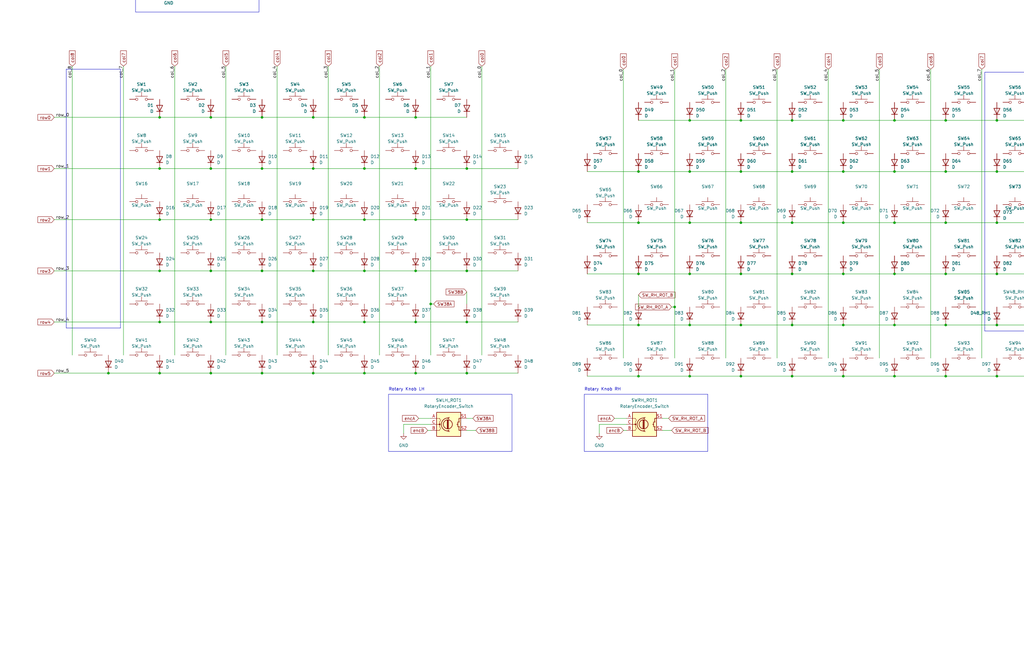
<source format=kicad_sch>
(kicad_sch (version 20230121) (generator eeschema)
  (paper "B")
  (junction (at 132.08 49.53))
  (junction (at 132.08 157.48))
  (junction (at 290.83 50.8))
  (junction (at 36.83 -40.64))
  (junction (at 181.61 128.27))
  (junction (at 175.26 114.3))
  (junction (at -200.66 181.61))
  (junction (at -38.1 -53.34))
  (junction (at 398.78 50.8))
  (junction (at 334.01 137.16))
  (junction (at 80.01 -82.55))
  (junction (at -38.1 -40.64))
  (junction (at 45.72 157.48))
  (junction (at 88.9 135.89))
  (junction (at -7.62 -20.32))
  (junction (at 377.19 158.75))
  (junction (at 88.9 157.48))
  (junction (at 132.08 135.89))
  (junction (at 312.42 137.16))
  (junction (at 290.83 158.75))
  (junction (at 355.6 115.57))
  (junction (at 377.19 137.16))
  (junction (at 175.26 49.53))
  (junction (at 355.6 93.98))
  (junction (at 196.85 114.3))
  (junction (at 355.6 158.75))
  (junction (at 196.85 71.12))
  (junction (at 153.67 92.71))
  (junction (at 334.01 50.8))
  (junction (at 110.49 49.53))
  (junction (at 290.83 93.98))
  (junction (at 420.37 115.57))
  (junction (at 153.67 49.53))
  (junction (at 312.42 93.98))
  (junction (at 80.01 -62.23))
  (junction (at 132.08 114.3))
  (junction (at 132.08 71.12))
  (junction (at 110.49 157.48))
  (junction (at 312.42 50.8))
  (junction (at 269.24 115.57))
  (junction (at 377.19 50.8))
  (junction (at 334.01 115.57))
  (junction (at 88.9 49.53))
  (junction (at 196.85 135.89))
  (junction (at 420.37 50.8))
  (junction (at 110.49 114.3))
  (junction (at 67.31 114.3))
  (junction (at 132.08 92.71))
  (junction (at 175.26 92.71))
  (junction (at 196.85 157.48))
  (junction (at 110.49 135.89))
  (junction (at 80.01 -72.39))
  (junction (at 67.31 135.89))
  (junction (at 110.49 92.71))
  (junction (at 377.19 93.98))
  (junction (at 88.9 71.12))
  (junction (at 290.83 137.16))
  (junction (at 355.6 72.39))
  (junction (at 290.83 115.57))
  (junction (at 312.42 72.39))
  (junction (at 420.37 137.16))
  (junction (at 88.9 92.71))
  (junction (at -200.66 165.1))
  (junction (at 153.67 71.12))
  (junction (at 153.67 135.89))
  (junction (at 269.24 72.39))
  (junction (at 269.24 158.75))
  (junction (at -176.53 76.2))
  (junction (at 110.49 71.12))
  (junction (at 175.26 71.12))
  (junction (at 196.85 92.71))
  (junction (at 398.78 93.98))
  (junction (at 312.42 115.57))
  (junction (at 355.6 50.8))
  (junction (at 377.19 72.39))
  (junction (at 67.31 92.71))
  (junction (at 21.59 -83.82))
  (junction (at 153.67 157.48))
  (junction (at 67.31 71.12))
  (junction (at 420.37 158.75))
  (junction (at 284.48 129.54))
  (junction (at 175.26 135.89))
  (junction (at 175.26 157.48))
  (junction (at 420.37 72.39))
  (junction (at 290.83 72.39))
  (junction (at 398.78 115.57))
  (junction (at 398.78 158.75))
  (junction (at 334.01 158.75))
  (junction (at 398.78 137.16))
  (junction (at 377.19 115.57))
  (junction (at 269.24 137.16))
  (junction (at 334.01 72.39))
  (junction (at 420.37 93.98))
  (junction (at 88.9 114.3))
  (junction (at 67.31 49.53))
  (junction (at 153.67 114.3))
  (junction (at 398.78 72.39))
  (junction (at 36.83 -53.34))
  (junction (at 355.6 137.16))
  (junction (at 36.83 -66.04))
  (junction (at -38.1 -66.04))
  (junction (at 67.31 157.48))
  (junction (at 312.42 158.75))
  (junction (at 334.01 93.98))
  (junction (at 269.24 93.98))
  (no_connect (at 78.74 -88.9))
  (no_connect (at 11.43 -68.58))
  (no_connect (at 11.43 -73.66))
  (no_connect (at 66.04 -80.01))
  (no_connect (at -175.26 54.61))
  (no_connect (at -6.35 -30.48))
  (no_connect (at 11.43 -58.42))
  (no_connect (at 11.43 -63.5))
  (no_connect (at 11.43 -71.12))
  (no_connect (at 11.43 -76.2))
  (no_connect (at -8.89 -30.48))
  (no_connect (at 66.04 -77.47))
  (no_connect (at 146.05 -46.99))
  (no_connect (at -3.81 -30.48))
  (wire (pts (xy -198.12 76.2) (xy -199.39 76.2)))
  (wire (pts (xy 132.08 114.3) (xy 153.67 114.3)))
  (wire (pts (xy -139.7 92.71) (xy -133.35 92.71)))
  (wire (pts (xy -115.57 49.53) (xy -121.92 49.53)))
  (wire (pts (xy 19.05 -83.82) (xy 21.59 -83.82)))
  (wire (pts (xy -138.43 76.2) (xy -138.43 71.12)))
  (wire (pts (xy 67.31 49.53) (xy 88.9 49.53)))
  (wire (pts (xy 355.6 72.39) (xy 334.01 72.39)))
  (wire (pts (xy 181.61 179.07) (xy 170.18 179.07)))
  (wire (pts (xy 312.42 115.57) (xy 290.83 115.57)))
  (wire (pts (xy -10.16 76.2) (xy -10.16 49.53)))
  (polyline (pts (xy 50.8 138.43) (xy 50.8 31.75)))
  (wire (pts (xy 138.43 27.94) (xy 138.43 149.86)))
  (wire (pts (xy -96.52 140.97) (xy -96.52 135.89)))
  (wire (pts (xy 80.01 -63.5) (xy 80.01 -62.23)))
  (wire (pts (xy -73.66 76.2) (xy -73.66 71.12)))
  (wire (pts (xy -158.75 49.53) (xy -165.1 49.53)))
  (wire (pts (xy 36.83 -78.74) (xy 36.83 -66.04)))
  (wire (pts (xy -11.43 135.89) (xy -11.43 165.1)))
  (wire (pts (xy 420.37 115.57) (xy 398.78 115.57)))
  (wire (pts (xy 420.37 158.75) (xy 398.78 158.75)))
  (wire (pts (xy 398.78 115.57) (xy 377.19 115.57)))
  (wire (pts (xy -11.43 135.89) (xy -13.97 135.89)))
  (wire (pts (xy -160.02 160.02) (xy -166.37 160.02)))
  (wire (pts (xy -181.61 165.1) (xy -181.61 160.02)))
  (wire (pts (xy -38.1 -66.04) (xy -24.13 -66.04)))
  (wire (pts (xy 67.31 114.3) (xy 88.9 114.3)))
  (polyline (pts (xy -95.25 172.72) (xy -204.47 172.72)))
  (wire (pts (xy -95.25 114.3) (xy -101.6 114.3)))
  (wire (pts (xy 52.07 27.94) (xy 52.07 149.86)))
  (wire (pts (xy 312.42 158.75) (xy 290.83 158.75)))
  (wire (pts (xy -139.7 135.89) (xy -133.35 135.89)))
  (wire (pts (xy 334.01 50.8) (xy 312.42 50.8)))
  (wire (pts (xy -92.71 160.02) (xy -90.17 160.02)))
  (wire (pts (xy 377.19 158.75) (xy 355.6 158.75)))
  (wire (pts (xy 180.34 181.61) (xy 181.61 181.61)))
  (wire (pts (xy 175.26 157.48) (xy 196.85 157.48)))
  (polyline (pts (xy 415.29 33.02) (xy 415.29 30.48)))
  (polyline (pts (xy -6.35 104.14) (xy -30.48 104.14)))
  (wire (pts (xy 269.24 124.46) (xy 269.24 129.54)))
  (wire (pts (xy -46.99 68.58) (xy -46.99 71.12)))
  (wire (pts (xy 398.78 137.16) (xy 377.19 137.16)))
  (wire (pts (xy 196.85 71.12) (xy 218.44 71.12)))
  (wire (pts (xy 67.31 157.48) (xy 88.9 157.48)))
  (wire (pts (xy -161.29 92.71) (xy -154.94 92.71)))
  (polyline (pts (xy -30.48 104.14) (xy -30.48 60.96)))
  (wire (pts (xy -35.56 97.79) (xy -35.56 114.3)))
  (wire (pts (xy 398.78 72.39) (xy 377.19 72.39)))
  (wire (pts (xy -36.83 114.3) (xy -35.56 114.3)))
  (wire (pts (xy 312.42 72.39) (xy 290.83 72.39)))
  (wire (pts (xy 80.01 -86.36) (xy 80.01 -82.55)))
  (wire (pts (xy -74.93 92.71) (xy -68.58 92.71)))
  (wire (pts (xy -116.84 71.12) (xy -123.19 71.12)))
  (wire (pts (xy 60.96 -31.75) (xy 60.96 -30.48)))
  (wire (pts (xy -139.7 140.97) (xy -139.7 135.89)))
  (wire (pts (xy 132.08 135.89) (xy 153.67 135.89)))
  (wire (pts (xy -160.02 114.3) (xy -166.37 114.3)))
  (wire (pts (xy -100.33 49.53) (xy -95.25 49.53)))
  (wire (pts (xy -160.02 165.1) (xy -160.02 160.02)))
  (wire (pts (xy 196.85 123.19) (xy 196.85 128.27)))
  (polyline (pts (xy 27.94 138.43) (xy 50.8 138.43)))
  (wire (pts (xy -99.06 146.05) (xy -99.06 160.02)))
  (wire (pts (xy -101.6 97.79) (xy -96.52 97.79)))
  (polyline (pts (xy -30.48 149.86) (xy -30.48 104.14)))
  (wire (pts (xy -25.4 114.3) (xy -24.13 114.3)))
  (wire (pts (xy 290.83 158.75) (xy 269.24 158.75)))
  (wire (pts (xy 334.01 72.39) (xy 312.42 72.39)))
  (wire (pts (xy 196.85 92.71) (xy 218.44 92.71)))
  (wire (pts (xy -92.71 160.02) (xy -92.71 181.61)))
  (polyline (pts (xy 93.98 -48.26) (xy 93.98 -90.17)))
  (wire (pts (xy 283.21 181.61) (xy 279.4 181.61)))
  (wire (pts (xy -52.07 165.1) (xy -52.07 160.02)))
  (wire (pts (xy -200.66 172.72) (xy -200.66 165.1)))
  (wire (pts (xy 420.37 93.98) (xy 398.78 93.98)))
  (wire (pts (xy 21.59 -81.28) (xy 21.59 -83.82)))
  (wire (pts (xy -210.82 181.61) (xy -200.66 181.61)))
  (wire (pts (xy 160.02 27.94) (xy 160.02 149.86)))
  (wire (pts (xy -176.53 76.2) (xy -177.8 76.2)))
  (polyline (pts (xy -6.35 172.72) (xy -95.25 172.72)))
  (wire (pts (xy -38.1 -40.64) (xy -24.13 -40.64)))
  (wire (pts (xy -96.52 92.71) (xy -90.17 92.71)))
  (polyline (pts (xy 57.15 -48.26) (xy 93.98 -48.26)))
  (wire (pts (xy -144.78 97.79) (xy -139.7 97.79)))
  (wire (pts (xy -198.12 119.38) (xy -199.39 119.38)))
  (wire (pts (xy 127 -80.01) (xy 114.3 -80.01)))
  (wire (pts (xy -133.35 165.1) (xy -138.43 165.1)))
  (wire (pts (xy -72.39 49.53) (xy -78.74 49.53)))
  (wire (pts (xy -38.1 -53.34) (xy -38.1 -40.64)))
  (wire (pts (xy -153.67 54.61) (xy -158.75 54.61)))
  (wire (pts (xy 22.86 157.48) (xy 45.72 157.48)))
  (wire (pts (xy -116.84 114.3) (xy -123.19 114.3)))
  (wire (pts (xy 377.19 72.39) (xy 355.6 72.39)))
  (wire (pts (xy 290.83 72.39) (xy 269.24 72.39)))
  (wire (pts (xy 290.83 50.8) (xy 269.24 50.8)))
  (wire (pts (xy 196.85 157.48) (xy 218.44 157.48)))
  (wire (pts (xy 290.83 115.57) (xy 269.24 115.57)))
  (wire (pts (xy -111.76 119.38) (xy -116.84 119.38)))
  (wire (pts (xy -138.43 165.1) (xy -138.43 160.02)))
  (wire (pts (xy 377.19 50.8) (xy 355.6 50.8)))
  (wire (pts (xy -24.13 97.79) (xy -26.67 97.79)))
  (wire (pts (xy 377.19 93.98) (xy 355.6 93.98)))
  (wire (pts (xy -184.15 54.61) (xy -184.15 35.56)))
  (wire (pts (xy 269.24 137.16) (xy 247.65 137.16)))
  (wire (pts (xy 71.12 -72.39) (xy 80.01 -72.39)))
  (wire (pts (xy -116.84 165.1) (xy -116.84 160.02)))
  (wire (pts (xy 140.97 -44.45) (xy 146.05 -44.45)))
  (polyline (pts (xy -204.47 172.72) (xy -204.47 148.59)))
  (wire (pts (xy -137.16 54.61) (xy -137.16 49.53)))
  (wire (pts (xy 269.24 93.98) (xy 247.65 93.98)))
  (polyline (pts (xy 57.15 -90.17) (xy 93.98 -90.17)))
  (wire (pts (xy -52.07 71.12) (xy -58.42 71.12)))
  (polyline (pts (xy 415.29 139.7) (xy 415.29 33.02)))
  (wire (pts (xy 110.49 114.3) (xy 132.08 114.3)))
  (wire (pts (xy 71.12 -72.39) (xy 71.12 -77.47)))
  (wire (pts (xy -25.4 114.3) (xy -25.4 140.97)))
  (wire (pts (xy 175.26 114.3) (xy 196.85 114.3)))
  (wire (pts (xy -200.66 135.89) (xy -198.12 135.89)))
  (wire (pts (xy 110.49 157.48) (xy 132.08 157.48)))
  (wire (pts (xy 306.07 29.21) (xy 306.07 151.13)))
  (wire (pts (xy 95.25 27.94) (xy 95.25 149.86)))
  (polyline (pts (xy -50.8 149.86) (xy -30.48 149.86)))
  (polyline (pts (xy -30.48 40.64) (xy -30.48 60.96)))
  (wire (pts (xy 377.19 115.57) (xy 355.6 115.57)))
  (wire (pts (xy -181.61 160.02) (xy -187.96 160.02)))
  (wire (pts (xy 36.83 -40.64) (xy 36.83 -20.32)))
  (wire (pts (xy 398.78 158.75) (xy 377.19 158.75)))
  (wire (pts (xy -133.35 119.38) (xy -138.43 119.38)))
  (wire (pts (xy -45.72 54.61) (xy -50.8 54.61)))
  (wire (pts (xy -90.17 76.2) (xy -95.25 76.2)))
  (wire (pts (xy -36.83 63.5) (xy -36.83 71.12)))
  (wire (pts (xy 392.43 29.21) (xy 392.43 151.13)))
  (wire (pts (xy -161.29 140.97) (xy -161.29 135.89)))
  (wire (pts (xy -123.19 97.79) (xy -118.11 97.79)))
  (wire (pts (xy 196.85 114.3) (xy 218.44 114.3)))
  (wire (pts (xy 269.24 158.75) (xy 247.65 158.75)))
  (wire (pts (xy -88.9 54.61) (xy -95.25 54.61)))
  (wire (pts (xy 71.12 -82.55) (xy 80.01 -82.55)))
  (wire (pts (xy -67.31 54.61) (xy -72.39 54.61)))
  (wire (pts (xy 36.83 -66.04) (xy 36.83 -53.34)))
  (wire (pts (xy -110.49 54.61) (xy -115.57 54.61)))
  (wire (pts (xy 284.48 29.21) (xy 284.48 129.54)))
  (wire (pts (xy -36.83 97.79) (xy -35.56 97.79)))
  (wire (pts (xy -73.66 71.12) (xy -80.01 71.12)))
  (wire (pts (xy 355.6 50.8) (xy 334.01 50.8)))
  (wire (pts (xy 153.67 135.89) (xy 175.26 135.89)))
  (wire (pts (xy 153.67 71.12) (xy 175.26 71.12)))
  (wire (pts (xy 264.16 179.07) (xy 252.73 179.07)))
  (wire (pts (xy -74.93 140.97) (xy -74.93 135.89)))
  (wire (pts (xy -52.07 119.38) (xy -52.07 114.3)))
  (wire (pts (xy -154.94 165.1) (xy -160.02 165.1)))
  (polyline (pts (xy -95.25 149.86) (xy -50.8 149.86)))
  (polyline (pts (xy 57.15 -90.17) (xy 57.15 -48.26)))
  (wire (pts (xy -138.43 160.02) (xy -144.78 160.02)))
  (wire (pts (xy 443.23 158.75) (xy 420.37 158.75)))
  (wire (pts (xy -13.97 92.71) (xy -11.43 92.71)))
  (wire (pts (xy -90.17 119.38) (xy -95.25 119.38)))
  (wire (pts (xy -11.43 92.71) (xy -11.43 119.38)))
  (wire (pts (xy 60.96 -30.48) (xy 71.12 -30.48)))
  (wire (pts (xy 443.23 93.98) (xy 420.37 93.98)))
  (wire (pts (xy -111.76 165.1) (xy -116.84 165.1)))
  (wire (pts (xy -166.37 140.97) (xy -161.29 140.97)))
  (wire (pts (xy -118.11 135.89) (xy -111.76 135.89)))
  (wire (pts (xy -24.13 140.97) (xy -25.4 140.97)))
  (wire (pts (xy -24.13 -78.74) (xy -38.1 -78.74)))
  (wire (pts (xy 349.25 29.21) (xy 349.25 151.13)))
  (wire (pts (xy 153.67 157.48) (xy 175.26 157.48)))
  (wire (pts (xy -58.42 97.79) (xy -53.34 97.79)))
  (wire (pts (xy 36.83 -53.34) (xy 36.83 -40.64)))
  (wire (pts (xy -95.25 54.61) (xy -95.25 49.53)))
  (wire (pts (xy -198.12 165.1) (xy -200.66 165.1)))
  (wire (pts (xy 73.66 27.94) (xy 73.66 149.86)))
  (wire (pts (xy -72.39 54.61) (xy -72.39 49.53)))
  (wire (pts (xy 71.12 -3.81) (xy 71.12 -5.08)))
  (wire (pts (xy -186.69 54.61) (xy -184.15 54.61)))
  (wire (pts (xy 420.37 50.8) (xy 398.78 50.8)))
  (wire (pts (xy 290.83 135.89) (xy 290.83 137.16)))
  (wire (pts (xy -158.75 54.61) (xy -158.75 49.53)))
  (wire (pts (xy -160.02 76.2) (xy -160.02 71.12)))
  (wire (pts (xy -95.25 76.2) (xy -95.25 71.12)))
  (wire (pts (xy 203.2 27.94) (xy 203.2 149.86)))
  (wire (pts (xy -199.39 76.2) (xy -199.39 49.53)))
  (wire (pts (xy -46.99 119.38) (xy -52.07 119.38)))
  (wire (pts (xy -160.02 71.12) (xy -166.37 71.12)))
  (wire (pts (xy -118.11 97.79) (xy -118.11 92.71)))
  (wire (pts (xy -12.7 76.2) (xy -10.16 76.2)))
  (wire (pts (xy 443.23 137.16) (xy 420.37 137.16)))
  (wire (pts (xy 139.7 -54.61) (xy 146.05 -54.61)))
  (wire (pts (xy 175.26 71.12) (xy 196.85 71.12)))
  (wire (pts (xy 181.61 27.94) (xy 181.61 128.27)))
  (wire (pts (xy 153.67 49.53) (xy 175.26 49.53)))
  (wire (pts (xy 334.01 158.75) (xy 312.42 158.75)))
  (wire (pts (xy -73.66 119.38) (xy -73.66 114.3)))
  (wire (pts (xy -96.52 135.89) (xy -90.17 135.89)))
  (wire (pts (xy -73.66 165.1) (xy -73.66 160.02)))
  (wire (pts (xy -176.53 165.1) (xy -181.61 165.1)))
  (wire (pts (xy -13.97 119.38) (xy -11.43 119.38)))
  (wire (pts (xy -161.29 97.79) (xy -161.29 92.71)))
  (wire (pts (xy 370.84 29.21) (xy 370.84 151.13)))
  (wire (pts (xy 175.26 134.62) (xy 175.26 135.89)))
  (wire (pts (xy 443.23 50.8) (xy 420.37 50.8)))
  (wire (pts (xy -58.42 146.05) (xy -99.06 146.05)))
  (wire (pts (xy 110.49 92.71) (xy 132.08 92.71)))
  (polyline (pts (xy -6.35 104.14) (xy -6.35 172.72)))
  (wire (pts (xy 290.83 137.16) (xy 269.24 137.16)))
  (polyline (pts (xy -30.48 60.96) (xy -180.34 60.96)))
  (wire (pts (xy -30.48 165.1) (xy -30.48 160.02)))
  (polyline (pts (xy -53.34 125.73) (xy -30.48 125.73)))
  (wire (pts (xy 181.61 128.27) (xy 182.88 128.27)))
  (wire (pts (xy -123.19 140.97) (xy -118.11 140.97)))
  (wire (pts (xy -138.43 119.38) (xy -138.43 114.3)))
  (wire (pts (xy -177.8 92.71) (xy -176.53 92.71)))
  (wire (pts (xy 355.6 158.75) (xy 334.01 158.75)))
  (wire (pts (xy 22.86 135.89) (xy 67.31 135.89)))
  (wire (pts (xy -166.37 97.79) (xy -161.29 97.79)))
  (wire (pts (xy 284.48 129.54) (xy 284.48 151.13)))
  (wire (pts (xy -186.69 97.79) (xy -186.69 71.12)))
  (wire (pts (xy -210.82 181.61) (xy -210.82 35.56)))
  (wire (pts (xy -138.43 71.12) (xy -144.78 71.12)))
  (wire (pts (xy -46.99 76.2) (xy -52.07 76.2)))
  (wire (pts (xy 170.18 179.07) (xy 170.18 182.88)))
  (wire (pts (xy 269.24 72.39) (xy 247.65 72.39)))
  (wire (pts (xy -161.29 135.89) (xy -154.94 135.89)))
  (polyline (pts (xy -204.47 148.59) (xy -204.47 40.64)))
  (wire (pts (xy 110.49 71.12) (xy 132.08 71.12)))
  (wire (pts (xy 259.08 176.53) (xy 264.16 176.53)))
  (polyline (pts (xy -180.34 40.64) (xy -30.48 40.64)))
  (wire (pts (xy -73.66 114.3) (xy -80.01 114.3)))
  (wire (pts (xy 11.43 -78.74) (xy 36.83 -78.74)))
  (polyline (pts (xy -53.34 149.86) (xy -53.34 125.73)))
  (wire (pts (xy 88.9 114.3) (xy 110.49 114.3)))
  (wire (pts (xy -38.1 -40.64) (xy -38.1 -20.32)))
  (wire (pts (xy -186.69 71.12) (xy -187.96 71.12)))
  (wire (pts (xy 88.9 71.12) (xy 110.49 71.12)))
  (wire (pts (xy -116.84 76.2) (xy -116.84 71.12)))
  (wire (pts (xy -7.62 -20.32) (xy -38.1 -20.32)))
  (wire (pts (xy 355.6 115.57) (xy 334.01 115.57)))
  (wire (pts (xy -186.69 114.3) (xy -187.96 114.3)))
  (wire (pts (xy -68.58 76.2) (xy -73.66 76.2)))
  (wire (pts (xy 132.08 49.53) (xy 153.67 49.53)))
  (wire (pts (xy 30.48 27.94) (xy 30.48 149.86)))
  (wire (pts (xy -187.96 97.79) (xy -186.69 97.79)))
  (wire (pts (xy 110.49 49.53) (xy 132.08 49.53)))
  (polyline (pts (xy 438.15 30.48) (xy 438.15 139.7)))
  (wire (pts (xy 88.9 157.48) (xy 110.49 157.48)))
  (wire (pts (xy -101.6 140.97) (xy -96.52 140.97)))
  (wire (pts (xy 355.6 137.16) (xy 334.01 137.16)))
  (wire (pts (xy 11.43 -53.34) (xy 36.83 -53.34)))
  (wire (pts (xy 312.42 50.8) (xy 290.83 50.8)))
  (wire (pts (xy -99.06 160.02) (xy -101.6 160.02)))
  (wire (pts (xy -53.34 92.71) (xy -46.99 92.71)))
  (wire (pts (xy -35.56 49.53) (xy -10.16 49.53)))
  (polyline (pts (xy -204.47 40.64) (xy -180.34 40.64)))
  (wire (pts (xy 334.01 137.16) (xy 312.42 137.16)))
  (wire (pts (xy -50.8 68.58) (xy -46.99 68.58)))
  (wire (pts (xy -95.25 71.12) (xy -101.6 71.12)))
  (wire (pts (xy 88.9 135.89) (xy 110.49 135.89)))
  (wire (pts (xy 110.49 135.89) (xy 132.08 135.89)))
  (wire (pts (xy -95.25 119.38) (xy -95.25 114.3)))
  (wire (pts (xy 132.08 92.71) (xy 153.67 92.71)))
  (wire (pts (xy -38.1 -66.04) (xy -38.1 -53.34)))
  (wire (pts (xy -58.42 165.1) (xy -52.07 165.1)))
  (wire (pts (xy 116.84 27.94) (xy 116.84 149.86)))
  (wire (pts (xy -80.01 140.97) (xy -74.93 140.97)))
  (wire (pts (xy -177.8 76.2) (xy -177.8 92.71)))
  (wire (pts (xy -7.62 -20.32) (xy -7.62 -12.7)))
  (wire (pts (xy -186.69 140.97) (xy -186.69 114.3)))
  (wire (pts (xy 334.01 115.57) (xy 312.42 115.57)))
  (wire (pts (xy -175.26 76.2) (xy -176.53 76.2)))
  (wire (pts (xy 132.08 134.62) (xy 132.08 135.89)))
  (polyline (pts (xy -95.25 172.72) (xy -95.25 149.86)))
  (wire (pts (xy 334.01 93.98) (xy 312.42 93.98)))
  (wire (pts (xy 11.43 -40.64) (xy 36.83 -40.64)))
  (wire (pts (xy 200.66 181.61) (xy 196.85 181.61)))
  (wire (pts (xy 281.94 176.53) (xy 279.4 176.53)))
  (wire (pts (xy 88.9 49.53) (xy 110.49 49.53)))
  (wire (pts (xy 355.6 93.98) (xy 334.01 93.98)))
  (wire (pts (xy -160.02 119.38) (xy -160.02 114.3)))
  (wire (pts (xy -30.48 160.02) (xy -25.4 160.02)))
  (wire (pts (xy 175.26 49.53) (xy 196.85 49.53)))
  (polyline (pts (xy 415.29 30.48) (xy 416.56 30.48)))
  (wire (pts (xy 262.89 29.21) (xy 262.89 151.13)))
  (wire (pts (xy -200.66 135.89) (xy -200.66 165.1)))
  (wire (pts (xy 67.31 92.71) (xy 88.9 92.71)))
  (wire (pts (xy 181.61 128.27) (xy 181.61 149.86)))
  (polyline (pts (xy 50.8 31.75) (xy 50.8 29.21)))
  (wire (pts (xy 175.26 92.71) (xy 196.85 92.71)))
  (wire (pts (xy 334.01 135.89) (xy 334.01 137.16)))
  (wire (pts (xy 398.78 50.8) (xy 377.19 50.8)))
  (wire (pts (xy -7.62 -20.32) (xy 36.83 -20.32)))
  (polyline (pts (xy 50.8 29.21) (xy 49.53 29.21)))
  (wire (pts (xy -154.94 119.38) (xy -160.02 119.38)))
  (polyline (pts (xy 438.15 139.7) (xy 415.29 139.7)))
  (wire (pts (xy 312.42 137.16) (xy 290.83 137.16)))
  (polyline (pts (xy -204.47 148.59) (xy -180.34 148.59)))
  (wire (pts (xy -133.35 76.2) (xy -138.43 76.2)))
  (wire (pts (xy -118.11 92.71) (xy -111.76 92.71)))
  (wire (pts (xy -116.84 119.38) (xy -116.84 114.3)))
  (wire (pts (xy -200.66 181.61) (xy -92.71 181.61)))
  (wire (pts (xy -138.43 114.3) (xy -144.78 114.3)))
  (wire (pts (xy -200.66 180.34) (xy -200.66 181.61)))
  (polyline (pts (xy -180.34 148.59) (xy -180.34 60.96)))
  (wire (pts (xy -118.11 140.97) (xy -118.11 135.89)))
  (wire (pts (xy -187.96 140.97) (xy -186.69 140.97)))
  (wire (pts (xy -53.34 97.79) (xy -53.34 92.71)))
  (polyline (pts (xy 416.56 30.48) (xy 438.15 30.48)))
  (wire (pts (xy -199.39 49.53) (xy -196.85 49.53)))
  (wire (pts (xy 175.26 135.89) (xy 196.85 135.89)))
  (wire (pts (xy 443.23 115.57) (xy 420.37 115.57)))
  (wire (pts (xy 11.43 -81.28) (xy 21.59 -81.28)))
  (polyline (pts (xy 49.53 29.21) (xy 27.94 29.21)))
  (wire (pts (xy 67.31 -26.67) (xy 71.12 -26.67)))
  (wire (pts (xy 312.42 93.98) (xy 290.83 93.98)))
  (wire (pts (xy -52.07 76.2) (xy -52.07 71.12)))
  (wire (pts (xy -116.84 160.02) (xy -123.19 160.02)))
  (wire (pts (xy 22.86 49.53) (xy 67.31 49.53)))
  (wire (pts (xy 45.72 157.48) (xy 67.31 157.48)))
  (wire (pts (xy -96.52 97.79) (xy -96.52 92.71)))
  (wire (pts (xy -52.07 160.02) (xy -46.99 160.02)))
  (wire (pts (xy 199.39 176.53) (xy 196.85 176.53)))
  (wire (pts (xy 11.43 -66.04) (xy 36.83 -66.04)))
  (wire (pts (xy 80.01 -62.23) (xy 80.01 -55.88)))
  (wire (pts (xy -74.93 97.79) (xy -74.93 92.71)))
  (wire (pts (xy -50.8 49.53) (xy -57.15 49.53)))
  (wire (pts (xy 284.48 129.54) (xy 283.21 129.54)))
  (wire (pts (xy 67.31 135.89) (xy 88.9 135.89)))
  (wire (pts (xy -50.8 54.61) (xy -50.8 49.53)))
  (wire (pts (xy -137.16 49.53) (xy -143.51 49.53)))
  (wire (pts (xy -26.67 97.79) (xy -26.67 71.12)))
  (wire (pts (xy -176.53 119.38) (xy -177.8 119.38)))
  (wire (pts (xy 420.37 137.16) (xy 398.78 137.16)))
  (wire (pts (xy -38.1 -53.34) (xy -24.13 -53.34)))
  (wire (pts (xy -177.8 119.38) (xy -177.8 135.89)))
  (wire (pts (xy -132.08 54.61) (xy -137.16 54.61)))
  (polyline (pts (xy 27.94 29.21) (xy 27.94 138.43)))
  (wire (pts (xy 290.83 93.98) (xy 269.24 93.98)))
  (wire (pts (xy 414.02 29.21) (xy 414.02 151.13)))
  (wire (pts (xy -177.8 135.89) (xy -176.53 135.89)))
  (wire (pts (xy 252.73 179.07) (xy 252.73 182.88)))
  (polyline (pts (xy -30.48 40.64) (xy -6.35 40.64)))
  (wire (pts (xy 67.31 71.12) (xy 88.9 71.12)))
  (wire (pts (xy -154.94 76.2) (xy -160.02 76.2)))
  (wire (pts (xy -139.7 97.79) (xy -139.7 92.71)))
  (wire (pts (xy 398.78 93.98) (xy 377.19 93.98)))
  (wire (pts (xy -73.66 160.02) (xy -68.58 160.02)))
  (wire (pts (xy 443.23 72.39) (xy 420.37 72.39)))
  (wire (pts (xy 262.89 181.61) (xy 264.16 181.61)))
  (wire (pts (xy 196.85 135.89) (xy 218.44 135.89)))
  (wire (pts (xy 176.53 176.53) (xy 181.61 176.53)))
  (wire (pts (xy 420.37 72.39) (xy 398.78 72.39)))
  (wire (pts (xy -111.76 76.2) (xy -116.84 76.2)))
  (wire (pts (xy -68.58 119.38) (xy -73.66 119.38)))
  (wire (pts (xy -144.78 140.97) (xy -139.7 140.97)))
  (wire (pts (xy -15.24 165.1) (xy -11.43 165.1)))
  (wire (pts (xy 139.7 -55.88) (xy 139.7 -54.61)))
  (wire (pts (xy 132.08 71.12) (xy 153.67 71.12)))
  (wire (pts (xy 132.08 157.48) (xy 153.67 157.48)))
  (wire (pts (xy -184.15 35.56) (xy -210.82 35.56)))
  (polyline (pts (xy -6.35 40.64) (xy -6.35 104.14)))
  (wire (pts (xy -199.39 92.71) (xy -198.12 92.71)))
  (wire (pts (xy 377.19 137.16) (xy 355.6 137.16)))
  (wire (pts (xy -38.1 -78.74) (xy -38.1 -66.04)))
  (wire (pts (xy 327.66 29.21) (xy 327.66 151.13)))
  (wire (pts (xy 22.86 114.3) (xy 67.31 114.3)))
  (wire (pts (xy 69.85 -67.31) (xy 72.39 -67.31)))
  (wire (pts (xy -74.93 135.89) (xy -68.58 135.89)))
  (wire (pts (xy -58.42 140.97) (xy -58.42 146.05)))
  (wire (pts (xy -80.01 97.79) (xy -74.93 97.79)))
  (wire (pts (xy 269.24 115.57) (xy 247.65 115.57)))
  (wire (pts (xy 88.9 92.71) (xy 110.49 92.71)))
  (wire (pts (xy 62.23 -67.31) (xy 64.77 -67.31)))
  (wire (pts (xy 153.67 92.71) (xy 175.26 92.71)))
  (wire (pts (xy -115.57 54.61) (xy -115.57 49.53)))
  (wire (pts (xy 21.59 -86.36) (xy 21.59 -83.82)))
  (wire (pts (xy 22.86 92.71) (xy 67.31 92.71)))
  (wire (pts (xy 71.12 -82.55) (xy 71.12 -80.01)))
  (wire (pts (xy -36.83 165.1) (xy -30.48 165.1)))
  (wire (pts (xy 153.67 114.3) (xy 175.26 114.3)))
  (wire (pts (xy -199.39 119.38) (xy -199.39 92.71)))
  (polyline (pts (xy -180.34 60.96) (xy -180.34 40.64)))
  (wire (pts (xy -52.07 114.3) (xy -58.42 114.3)))
  (wire (pts (xy 435.61 29.21) (xy 435.61 151.13)))
  (wire (pts (xy 22.86 71.12) (xy 67.31 71.12)))
  (wire (pts (xy -80.01 165.1) (xy -73.66 165.1)))
  (wire (pts (xy -26.67 71.12) (xy -22.86 71.12)))
  (rectangle (start 137.16 -62.23) (end 161.29 -38.1))
  (rectangle (start 163.83 166.37) (end 215.9 190.5))
  (rectangle (start 57.15 -43.18) (end 113.03 -19.05))
  (rectangle (start 246.38 166.37) (end 298.45 190.5))
  (rectangle (start 57.15 -13.97) (end 109.22 5.08))
  (rectangle (start 96.52 -90.17) (end 134.62 -59.69))
  (image (at 262.89 -63.5) (scale 1.76046))
  (text "Thumb Cluster" (at -29.21 106.68 0) (effects (font (size 1.27 1.27)) (justify left bottom)))
  (text "LED's\n1) Based on Keebio Sync rev3, we can put in all these LED's if we limit brightness\nAdd a jumper if you want to make the LH snap off for assymetry." (at -182.88 39.37 0) (effects (font (size 1.27 1.27)) (justify left bottom)))
  (text "@TODO: Do we want  \na new footprint for\nrotary encoder/switch\nwith LED?" (at -52.07 137.16 0) (effects (font (size 1.27 1.27)) (justify left bottom)))
  (text "Speaker" (at 57.15 -15.24 0) (effects (font (size 1.27 1.27)) (justify left bottom)))
  (text "Todo:\nThumb cluster detach?\nIs there a good smd option for the Solenoid resistor?\nIs there a female smd socket for the solenoid connection?\nCheck Pimaroni resistor calculation and footprint size\nCHeck net trace sizes. (.5 for 3.3v?)\nIncree trcck size on vcc and GND nets\nFigure out VCC on Pico\nFigure out vbus_sense\nCutouts for picon on PCB\nRH trackball\nGraphics\nMouse bites\nStabalizer holes\nImprove solenoid graphics\nRefactor key row/columns to put 00 in upper right for easier double sided\nMake Diode holes bigger\nAdd breakaway diode bender jig, like on Corne_light v1\nAdd teardrops before production\nAdd maxbrightness to firmware like Keebio sync rev3 (you've got a ton of lights)\nCan the LH Led jumper become a single Jumper for LH/RH differentiation?" (at 408.94 -199.39 0) (effects (font (size 1.27 1.27)) (justify left bottom)))
  (text "Alpha Keys (LH & RH)" (at -179.07 63.5 0) (effects (font (size 1.27 1.27)) (justify left bottom)))
  (text "V2 Features:\nRH Trackball and rotary encoder instead of Pimaroni\nMove arrow keys into \"+\" centered around \".\" on left hand" (at 408.94 -186.69 0) (effects (font (size 1.27 1.27)) (justify left bottom)))
  (text "Solenoid" (at 57.15 -90.17 0) (effects (font (size 1.27 1.27)) (justify left bottom)))
  (text "Pimaroni Trackball\n" (at 137.16 -63.5 0) (effects (font (size 1.27 1.27)) (justify left bottom)))
  (text "TRRS jack. (Serial config is default)" (at 96.52 -91.44 0) (effects (font (size 1.27 1.27)) (justify left bottom)))
  (text "Rotary Knob LH\n" (at 163.83 165.1 0) (effects (font (size 1.27 1.27)) (justify left bottom)))
  (text "Rotary Knob RH\n" (at 246.38 165.1 0) (effects (font (size 1.27 1.27)) (justify left bottom)))
  (text "RH Only\n" (at -203.2 43.18 0) (effects (font (size 1.27 1.27)) (justify left bottom)))
  (text "F keys" (at -179.07 43.18 0) (effects (font (size 1.27 1.27)) (justify left bottom)))
  (text "Aux Keys" (at -29.21 43.18 0) (effects (font (size 1.27 1.27)) (justify left bottom)))
  (text "OLED (Chain to pimaroni for sharing bus?)\n" (at 57.15 -44.45 0) (effects (font (size 1.27 1.27)) (justify left bottom)))
  (text "Rotary Encoder" (at -52.07 128.27 0) (effects (font (size 1.27 1.27)) (justify left bottom)))
  (label "col_8" (at 435.61 34.29 90))
  (label "col_4" (at 116.84 33.02 90))
  (label "col_2" (at 306.07 34.29 90))
  (label "col_2" (at 160.02 33.02 90))
  (label "row_0" (at 436.88 50.8 0))
  (label "col_3" (at 138.43 33.02 90))
  (label "row_2" (at 436.88 93.98 0))
  (label "row_0" (at 29.21 49.53 180))
  (label "col_1" (at 284.48 34.29 90))
  (label "col_1" (at 181.61 33.02 90))
  (label "col_6" (at 73.66 33.02 90))
  (label "col_6" (at 392.43 34.29 90))
  (label "row_5" (at 436.88 158.75 0))
  (label "col_4" (at 349.25 34.29 90))
  (label "col_8" (at 30.48 33.02 90))
  (label "row_1" (at 29.21 71.12 180))
  (label "row_5" (at 29.21 157.48 180))
  (label "row_4" (at 29.21 135.89 180))
  (label "col_7" (at 52.07 33.02 90))
  (label "col_3" (at 327.66 34.29 90))
  (label "row_1" (at 436.88 72.39 0))
  (label "col_5" (at 95.25 33.02 90))
  (label "col_7" (at 414.02 34.29 90))
  (label "col_0" (at 203.2 33.02 90))
  (label "col_0" (at 262.89 34.29 90))
  (label "row_2" (at 29.21 92.71 180))
  (label "row_4" (at 436.88 137.16 0))
  (label "col_5" (at 370.84 34.29 90))
  (label "row_3" (at 29.21 114.3 180))
  (label "row_3" (at 436.88 115.57 0))
  (global_label "col2" (shape input) (at 160.02 27.94 90) (property "Intersheetrefs" "${INTERSHEET_REFS}" (effects hide)))
  (global_label "col3" (shape input) (at 138.43 27.94 90) (property "Intersheetrefs" "${INTERSHEET_REFS}" (effects hide)))
  (global_label "col4" (shape input) (at 349.25 29.21 90) (property "Intersheetrefs" "${INTERSHEET_REFS}" (effects hide)))
  (global_label "col7" (shape input) (at -24.13 -35.56 180) (property "Intersheetrefs" "${INTERSHEET_REFS}" (effects hide)))
  (global_label "row5" (shape input) (at 22.86 157.48 180) (property "Intersheetrefs" "${INTERSHEET_REFS}" (effects hide)))
  (global_label "row4" (shape input) (at 22.86 135.89 180) (property "Intersheetrefs" "${INTERSHEET_REFS}" (effects hide)))
  (global_label "col5" (shape input) (at 370.84 29.21 90) (property "Intersheetrefs" "${INTERSHEET_REFS}" (effects hide)))
  (global_label "col6" (shape input) (at 73.66 27.94 90) (property "Intersheetrefs" "${INTERSHEET_REFS}" (effects hide)))
  (global_label "row3" (shape input) (at -24.13 -68.58 180) (property "Intersheetrefs" "${INTERSHEET_REFS}" (effects hide)))
  (global_label "SW38A" (shape input) (at 199.39 176.53 0) (property "Intersheetrefs" "${INTERSHEET_REFS}" (effects hide)))
  (global_label "col1" (shape input) (at 284.48 29.21 90) (property "Intersheetrefs" "${INTERSHEET_REFS}" (effects hide)))
  (global_label "row4" (shape input) (at 443.23 137.16 0) (property "Intersheetrefs" "${INTERSHEET_REFS}" (effects hide)))
  (global_label "encA" (shape input) (at 11.43 -38.1 0) (property "Intersheetrefs" "${INTERSHEET_REFS}" (effects hide)))
  (global_label "SW_RH_ROT_A" (shape input) (at 283.21 129.54 180) (property "Intersheetrefs" "${INTERSHEET_REFS}" (effects hide)))
  (global_label "SDA" (shape input) (at 146.05 -52.07 180) (property "Intersheetrefs" "${INTERSHEET_REFS}" (effects hide)))
  (global_label "col0" (shape input) (at 262.89 29.21 90) (property "Intersheetrefs" "${INTERSHEET_REFS}" (effects hide)))
  (global_label "SCL" (shape input) (at 146.05 -49.53 180) (property "Intersheetrefs" "${INTERSHEET_REFS}" (effects hide)))
  (global_label "data1RX" (shape input) (at -24.13 -81.28 180) (property "Intersheetrefs" "${INTERSHEET_REFS}" (effects hide)))
  (global_label "encB" (shape input) (at 180.34 181.61 180) (property "Intersheetrefs" "${INTERSHEET_REFS}" (effects hide)))
  (global_label "col0" (shape input) (at -24.13 -58.42 180) (property "Intersheetrefs" "${INTERSHEET_REFS}" (effects hide)))
  (global_label "row3" (shape input) (at 22.86 114.3 180) (property "Intersheetrefs" "${INTERSHEET_REFS}" (effects hide)))
  (global_label "row2" (shape input) (at 443.23 93.98 0) (property "Intersheetrefs" "${INTERSHEET_REFS}" (effects hide)))
  (global_label "col0" (shape input) (at 203.2 27.94 90) (property "Intersheetrefs" "${INTERSHEET_REFS}" (effects hide)))
  (global_label "row4" (shape input) (at -24.13 -63.5 180) (property "Intersheetrefs" "${INTERSHEET_REFS}" (effects hide)))
  (global_label "VCC" (shape input) (at 80.01 -86.36 0) (property "Intersheetrefs" "${INTERSHEET_REFS}" (effects hide)))
  (global_label "SOLENOID_CONTROL" (shape input) (at 11.43 -55.88 0) (property "Intersheetrefs" "${INTERSHEET_REFS}" (effects hide)))
  (global_label "encA" (shape input) (at 176.53 176.53 180) (property "Intersheetrefs" "${INTERSHEET_REFS}" (effects hide)))
  (global_label "SW_RH_ROT_B" (shape input) (at 283.21 181.61 0) (property "Intersheetrefs" "${INTERSHEET_REFS}" (effects hide)))
  (global_label "col8" (shape input) (at 435.61 29.21 90) (property "Intersheetrefs" "${INTERSHEET_REFS}" (effects hide)))
  (global_label "row0" (shape input) (at 443.23 50.8 0) (property "Intersheetrefs" "${INTERSHEET_REFS}" (effects hide)))
  (global_label "row1" (shape input) (at 443.23 72.39 0) (property "Intersheetrefs" "${INTERSHEET_REFS}" (effects hide)))
  (global_label "row2" (shape input) (at -24.13 -71.12 180) (property "Intersheetrefs" "${INTERSHEET_REFS}" (effects hide)))
  (global_label "SW_RH_ROT_B" (shape input) (at 269.24 124.46 0) (property "Intersheetrefs" "${INTERSHEET_REFS}" (effects hide)))
  (global_label "row5" (shape input) (at -24.13 -60.96 180) (property "Intersheetrefs" "${INTERSHEET_REFS}" (effects hide)))
  (global_label "encB" (shape input) (at 11.43 -35.56 0) (property "Intersheetrefs" "${INTERSHEET_REFS}" (effects hide)))
  (global_label "row2" (shape input) (at 22.86 92.71 180) (property "Intersheetrefs" "${INTERSHEET_REFS}" (effects hide)))
  (global_label "SW38A" (shape input) (at 182.88 128.27 0) (property "Intersheetrefs" "${INTERSHEET_REFS}" (effects hide)))
  (global_label "row5" (shape input) (at 443.23 158.75 0) (property "Intersheetrefs" "${INTERSHEET_REFS}" (effects hide)))
  (global_label "col5" (shape input) (at -24.13 -43.18 180) (property "Intersheetrefs" "${INTERSHEET_REFS}" (effects hide)))
  (global_label "SPEAKER" (shape input) (at 71.12 -7.62 180) (property "Intersheetrefs" "${INTERSHEET_REFS}" (effects hide)))
  (global_label "SOLENOID_CONTROL" (shape input) (at 62.23 -67.31 180) (property "Intersheetrefs" "${INTERSHEET_REFS}" (effects hide)))
  (global_label "row1" (shape input) (at -24.13 -73.66 180) (property "Intersheetrefs" "${INTERSHEET_REFS}" (effects hide)))
  (global_label "col7" (shape input) (at 52.07 27.94 90) (property "Intersheetrefs" "${INTERSHEET_REFS}" (effects hide)))
  (global_label "col4" (shape input) (at -24.13 -45.72 180) (property "Intersheetrefs" "${INTERSHEET_REFS}" (effects hide)))
  (global_label "col7" (shape input) (at 414.02 29.21 90) (property "Intersheetrefs" "${INTERSHEET_REFS}" (effects hide)))
  (global_label "row3" (shape input) (at 443.23 115.57 0) (property "Intersheetrefs" "${INTERSHEET_REFS}" (effects hide)))
  (global_label "SDA" (shape input) (at 71.12 -38.1 180) (property "Intersheetrefs" "${INTERSHEET_REFS}" (effects hide)))
  (global_label "col8" (shape input) (at 30.48 27.94 90) (property "Intersheetrefs" "${INTERSHEET_REFS}" (effects hide)))
  (global_label "col2" (shape input) (at -24.13 -50.8 180) (property "Intersheetrefs" "${INTERSHEET_REFS}" (effects hide)))
  (global_label "data1RX" (shape input) (at 114.3 -77.47 0) (property "Intersheetrefs" "${INTERSHEET_REFS}" (effects hide)))
  (global_label "data1TX" (shape input) (at 114.3 -74.93 0) (property "Intersheetrefs" "${INTERSHEET_REFS}" (effects hide)))
  (global_label "col6" (shape input) (at -24.13 -38.1 180) (property "Intersheetrefs" "${INTERSHEET_REFS}" (effects hide)))
  (global_label "col3" (shape input) (at -24.13 -48.26 180) (property "Intersheetrefs" "${INTERSHEET_REFS}" (effects hide)))
  (global_label "LED" (shape input) (at 11.43 -45.72 0) (property "Intersheetrefs" "${INTERSHEET_REFS}" (effects hide)))
  (global_label "SCL" (shape input) (at 71.12 -34.29 180) (property "Intersheetrefs" "${INTERSHEET_REFS}" (effects hide)))
  (global_label "col1" (shape input) (at -24.13 -55.88 180) (property "Intersheetrefs" "${INTERSHEET_REFS}" (effects hide)))
  (global_label "SPEAKER" (shape input) (at 11.43 -60.96 0) (property "Intersheetrefs" "${INTERSHEET_REFS}" (effects hide)))
  (global_label "data1TX" (shape input) (at -24.13 -83.82 180) (property "Intersheetrefs" "${INTERSHEET_REFS}" (effects hide)))
  (global_label "SW_RH_ROT_A" (shape input) (at 281.94 176.53 0) (property "Intersheetrefs" "${INTERSHEET_REFS}" (effects hide)))
  (global_label "SW38B" (shape input) (at 196.85 123.19 180) (property "Intersheetrefs" "${INTERSHEET_REFS}" (effects hide)))
  (global_label "encB" (shape input) (at 262.89 181.61 180) (property "Intersheetrefs" "${INTERSHEET_REFS}" (effects hide)))
  (global_label "SW38B" (shape input) (at 200.66 181.61 0) (property "Intersheetrefs" "${INTERSHEET_REFS}" (effects hide)))
  (global_label "col1" (shape input) (at 181.61 27.94 90) (property "Intersheetrefs" "${INTERSHEET_REFS}" (effects hide)))
  (global_label "col5" (shape input) (at 95.25 27.94 90) (property "Intersheetrefs" "${INTERSHEET_REFS}" (effects hide)))
  (global_label "LED" (shape input) (at -36.83 63.5 0) (property "Intersheetrefs" "${INTERSHEET_REFS}" (effects hide)))
  (global_label "row1" (shape input) (at 22.86 71.12 180) (property "Intersheetrefs" "${INTERSHEET_REFS}" (effects hide)))
  (global_label "row0" (shape input) (at 22.86 49.53 180) (property "Intersheetrefs" "${INTERSHEET_REFS}" (effects hide)))
  (global_label "col3" (shape input) (at 327.66 29.21 90) (property "Intersheetrefs" "${INTERSHEET_REFS}" (effects hide)))
  (global_label "col6" (shape input) (at 392.43 29.21 90) (property "Intersheetrefs" "${INTERSHEET_REFS}" (effects hide)))
  (global_label "encA" (shape input) (at 259.08 176.53 180) (property "Intersheetrefs" "${INTERSHEET_REFS}" (effects hide)))
  (global_label "SDA" (shape input) (at 11.43 -48.26 0) (property "Intersheetrefs" "${INTERSHEET_REFS}" (effects hide)))
  (global_label "col2" (shape input) (at 306.07 29.21 90) (property "Intersheetrefs" "${INTERSHEET_REFS}" (effects hide)))
  (global_label "col4" (shape input) (at 116.84 27.94 90) (property "Intersheetrefs" "${INTERSHEET_REFS}" (effects hide)))
  (global_label "SCL" (shape input) (at 11.43 -50.8 0) (property "Intersheetrefs" "${INTERSHEET_REFS}" (effects hide)))
  (global_label "row0" (shape input) (at -24.13 -76.2 180) (property "Intersheetrefs" "${INTERSHEET_REFS}" (effects hide)))
  (global_label "col8" (shape input) (at 11.43 -43.18 0) (property "Intersheetrefs" "${INTERSHEET_REFS}" (effects hide)))
  (symbol (lib_id "Device:D") (at 110.49 45.72 90) (unit 1)
    (property "Reference" "D3" (at 107.95 44.4499 90) (effects (justify left)))
    (property "Value" "D" (at 107.95 46.9899 90) (effects (justify left)))
    (property "Footprint" "ergodonk_pico:D3_TH_SMD_v2" (effects hide))
    (property "Sim.Device" "D" (effects hide))
    (property "Sim.Pins" "1=K 2=A" (effects hide))
  )
  (symbol (lib_id "Device:D") (at 247.65 154.94 270) (mirror x) (unit 1)
    (property "Reference" "D89" (at 245.11 153.6699 90) (effects (justify right)))
    (property "Value" "D" (at 245.11 156.2099 90) (effects (justify right)))
    (property "Footprint" "ergodonk_pico:D3_TH_SMD_v2" (effects hide))
    (property "Sim.Device" "D" (effects hide))
    (property "Sim.Pins" "1=K 2=A" (effects hide))
  )
  (symbol (lib_id "Device:D") (at 377.19 68.58 270) (mirror x) (unit 1)
    (property "Reference" "D63" (at 379.73 67.945 90) (effects (justify left)))
    (property "Value" "D" (at 379.73 70.485 90) (effects (justify left)))
    (property "Footprint" "ergodonk_pico:D3_TH_SMD_v2" (effects hide))
    (property "Sim.Device" "D" (effects hide))
    (property "Sim.Pins" "1=K 2=A" (effects hide))
  )
  (symbol (lib_id "Switch:SW_Push") (at 341.63 43.18 0) (mirror y) (unit 1)
    (property "Reference" "SW52" (at 341.63 36.83 0))
    (property "Value" "SW_Push" (at 341.63 39.37 0))
    (property "LCSC" "C5156480" (effects hide))
  )
  (symbol (lib_id "Ergodonk_symbols:SW_PUSH_LED") (at -106.68 73.66 0) (unit 2)
    (property "Reference" "SW11" (at -106.68 66.04 0))
    (property "Value" "SW_PUSH_LED" (at -106.68 68.58 0) (effects (font (size 0.635 0.635))))
    (property "Footprint" "ergodonk_kicad_library:Chunky_2040_footprint_ergodonk_customs" (effects hide))
  )
  (symbol (lib_id "Connector:Conn_01x05_Socket") (at 151.13 -49.53 0) (unit 1)
    (property "Reference" "J2" (at 152.4 -50.165 0) (effects (justify left)))
    (property "Value" "Pimaroni Trackball" (at 142.24 -58.42 0) (effects (justify left)))
    (property "Footprint" "ergodonk_kicad_library:pimoroni_trackball" (effects hide))
  )
  (symbol (lib_id "Device:D") (at 175.26 88.9 90) (unit 1)
    (property "Reference" "D21" (at 177.8 87.6299 90) (effects (justify right)))
    (property "Value" "D" (at 177.8 90.1699 90) (effects (justify right)))
    (property "Footprint" "ergodonk_pico:D3_TH_SMD_v2" (effects hide))
    (property "Sim.Device" "D" (effects hide))
    (property "Sim.Pins" "1=K 2=A" (effects hide))
  )
  (symbol (lib_id "Device:D") (at 312.42 111.76 270) (mirror x) (unit 1)
    (property "Reference" "D77" (at 314.96 111.125 90) (effects (justify left)))
    (property "Value" "D" (at 314.96 113.665 90) (effects (justify left)))
    (property "Footprint" "ergodonk_pico:D3_TH_SMD_v2" (effects hide))
    (property "Sim.Device" "D" (effects hide))
    (property "Sim.Pins" "1=K 2=A" (effects hide))
  )
  (symbol (lib_id "Switch:SW_Push") (at 298.45 64.77 0) (mirror y) (unit 1)
    (property "Reference" "SW59" (at 298.45 58.42 0))
    (property "Value" "SW_Push" (at 298.45 60.96 0))
    (property "LCSC" "C5156480" (effects hide))
  )
  (symbol (lib_id "Device:D") (at 269.24 154.94 270) (mirror x) (unit 1)
    (property "Reference" "D90" (at 266.7 153.6699 90) (effects (justify right)))
    (property "Value" "D" (at 266.7 156.2099 90) (effects (justify right)))
    (property "Footprint" "ergodonk_pico:D3_TH_SMD_v2" (effects hide))
    (property "Sim.Device" "D" (effects hide))
    (property "Sim.Pins" "1=K 2=A" (effects hide))
  )
  (symbol (lib_id "Switch:SW_Push") (at 363.22 64.77 0) (mirror y) (unit 1)
    (property "Reference" "SW62" (at 363.22 58.42 0))
    (property "Value" "SW_Push" (at 363.22 60.96 0))
    (property "LCSC" "C5156480" (effects hide))
  )
  (symbol (lib_id "Switch:SW_Push") (at 298.45 107.95 0) (mirror y) (unit 1)
    (property "Reference" "SW76" (at 298.45 101.6 0))
    (property "Value" "SW_Push" (at 298.45 104.14 0))
    (property "LCSC" "C5156480" (effects hide))
  )
  (symbol (lib_id "Switch:SW_Push") (at 384.81 129.54 0) (mirror y) (unit 1)
    (property "Reference" "SW84" (at 384.81 123.19 0))
    (property "Value" "SW_Push" (at 384.81 125.73 0))
    (property "LCSC" "C5156480" (effects hide))
  )
  (symbol (lib_id "Device:D") (at 175.26 67.31 90) (unit 1)
    (property "Reference" "D13" (at 177.8 66.0399 90) (effects (justify right)))
    (property "Value" "D" (at 177.8 68.5799 90) (effects (justify right)))
    (property "Footprint" "ergodonk_pico:D3_TH_SMD_v2" (effects hide))
    (property "Sim.Device" "D" (effects hide))
    (property "Sim.Pins" "1=K 2=A" (effects hide))
  )
  (symbol (lib_id "Device:D") (at 67.31 153.67 90) (unit 1)
    (property "Reference" "D41" (at 69.85 152.3999 90) (effects (justify right)))
    (property "Value" "D" (at 69.85 154.9399 90) (effects (justify right)))
    (property "Footprint" "ergodonk_pico:D3_TH_SMD_v2" (effects hide))
    (property "Sim.Device" "D" (effects hide))
    (property "Sim.Pins" "1=K 2=A" (effects hide))
  )
  (symbol (lib_id "Ergodonk_symbols:SW_PUSH_LED") (at -106.68 95.25 0) (mirror y) (unit 2)
    (property "Reference" "SW19" (at -106.68 87.63 0))
    (property "Value" "SW_PUSH_LED" (at -106.68 90.17 0) (effects (font (size 0.635 0.635))))
    (property "Footprint" "ergodonk_kicad_library:Chunky_2040_footprint_ergodonk_customs" (effects hide))
  )
  (symbol (lib_id "Mechanical:MountingHole") (at 316.23 -60.96 0) (unit 1)
    (property "Reference" "H9" (at 318.77 -62.2301 0) (effects (justify left)))
    (property "Value" "MountingHole" (at 318.77 -59.6901 0) (effects (justify left)))
    (property "Footprint" "MountingHole:MountingHole_2.2mm_M2_Pad_Via" (effects hide))
  )
  (symbol (lib_id "power:PWR_FLAG") (at -35.56 10.16 0) (mirror x) (unit 1)
    (property "Reference" "#FLG05" (effects hide))
    (property "Value" "PWR_FLAG" (at -35.56 15.24 0))
  )
  (symbol (lib_id "Device:D") (at 377.19 154.94 270) (mirror x) (unit 1)
    (property "Reference" "D95" (at 374.65 153.6699 90) (effects (justify right)))
    (property "Value" "D" (at 374.65 156.2099 90) (effects (justify right)))
    (property "Footprint" "ergodonk_pico:D3_TH_SMD_v2" (effects hide))
    (property "Sim.Device" "D" (effects hide))
    (property "Sim.Pins" "1=K 2=A" (effects hide))
  )
  (symbol (lib_id "Switch:SW_Push") (at 189.23 41.91 0) (unit 1)
    (property "Reference" "SW7" (at 189.23 35.56 0))
    (property "Value" "SW_Push" (at 189.23 38.1 0))
    (property "LCSC" "C5156480" (effects hide))
  )
  (symbol (lib_id "Switch:SW_Push") (at 406.4 151.13 0) (mirror y) (unit 1)
    (property "Reference" "SW93" (at 406.4 144.78 0))
    (property "Value" "SW_Push" (at 406.4 147.32 0))
    (property "LCSC" "C5156480" (effects hide))
  )
  (symbol (lib_id "Device:D") (at 334.01 68.58 270) (mirror x) (unit 1)
    (property "Reference" "D61" (at 336.55 67.945 90) (effects (justify left)))
    (property "Value" "D" (at 336.55 70.485 90) (effects (justify left)))
    (property "Footprint" "ergodonk_pico:D3_TH_SMD_v2" (effects hide))
    (property "Sim.Device" "D" (effects hide))
    (property "Sim.Pins" "1=K 2=A" (effects hide))
  )
  (symbol (lib_id "Switch:SW_Push") (at 124.46 149.86 0) (unit 1)
    (property "Reference" "SW44" (at 124.46 143.51 0))
    (property "Value" "SW_Push" (at 124.46 146.05 0))
    (property "LCSC" "C5156480" (effects hide))
  )
  (symbol (lib_id "Device:D") (at 153.67 132.08 90) (unit 1)
    (property "Reference" "D36" (at 156.21 130.8099 90) (effects (justify right)))
    (property "Value" "D" (at 156.21 133.3499 90) (effects (justify right)))
    (property "Footprint" "ergodonk_pico:D3_TH_SMD_v2" (effects hide))
    (property "Sim.Device" "D" (effects hide))
    (property "Sim.Pins" "1=K 2=A" (effects hide))
  )
  (symbol (lib_id "Switch:SW_Push") (at 189.23 63.5 0) (unit 1)
    (property "Reference" "SW14" (at 189.23 57.15 0))
    (property "Value" "SW_Push" (at 189.23 59.69 0))
    (property "LCSC" "C5156480" (effects hide))
  )
  (symbol (lib_id "Device:D") (at 269.24 133.35 270) (mirror x) (unit 1)
    (property "Reference" "D82" (at 266.7 132.0799 90) (effects (justify right)))
    (property "Value" "D" (at 266.7 134.6199 90) (effects (justify right)))
    (property "Footprint" "ergodonk_pico:D3_TH_SMD_v2" (effects hide))
    (property "Sim.Device" "D" (effects hide))
    (property "Sim.Pins" "1=K 2=A" (effects hide))
  )
  (symbol (lib_id "Switch:SW_Push") (at 276.86 64.77 0) (mirror y) (unit 1)
    (property "Reference" "SW58" (at 276.86 58.42 0))
    (property "Value" "SW_Push" (at 276.86 60.96 0))
    (property "LCSC" "C5156480" (effects hide))
  )
  (symbol (lib_id "Device:D") (at 196.85 153.67 90) (unit 1)
    (property "Reference" "D47" (at 199.39 152.3999 90) (effects (justify right)))
    (property "Value" "D" (at 199.39 154.9399 90) (effects (justify right)))
    (property "Footprint" "ergodonk_pico:D3_TH_SMD_v2" (effects hide))
    (property "Sim.Device" "D" (effects hide))
    (property "Sim.Pins" "1=K 2=A" (effects hide))
  )
  (symbol (lib_id "Ergodonk_symbols:SW_PUSH_LED") (at -128.27 162.56 0) (unit 2)
    (property "Reference" "SW42" (at -128.27 154.94 0))
    (property "Value" "SW_PUSH_LED" (at -128.27 157.48 0) (effects (font (size 0.635 0.635))))
    (property "Footprint" "ergodonk_kicad_library:Chunky_2040_footprint_ergodonk_customs" (effects hide))
  )
  (symbol (lib_id "Device:RotaryEncoder_Switch") (at 271.78 179.07 0) (unit 1)
    (property "Reference" "SWRH_ROT1" (at 271.78 168.91 0))
    (property "Value" "RotaryEncoder_Switch" (at 271.78 171.45 0))
    (property "Footprint" "ergodonk_kicad_library:RotaryEncoder_EC11_ergodonk_variant" (effects hide))
  )
  (symbol (lib_id "Switch:SW_Push") (at 102.87 41.91 0) (unit 1)
    (property "Reference" "SW3" (at 102.87 35.56 0))
    (property "Value" "SW_Push" (at 102.87 38.1 0))
    (property "LCSC" "C5156480" (effects hide))
  )
  (symbol (lib_id "Device:D") (at 334.01 90.17 270) (mirror x) (unit 1)
    (property "Reference" "D69" (at 331.47 88.8999 90) (effects (justify right)))
    (property "Value" "D" (at 331.47 91.4399 90) (effects (justify right)))
    (property "Footprint" "ergodonk_pico:D3_TH_SMD_v2" (effects hide))
    (property "Sim.Device" "D" (effects hide))
    (property "Sim.Pins" "1=K 2=A" (effects hide))
  )
  (symbol (lib_id "Device:D") (at 218.44 88.9 90) (unit 1)
    (property "Reference" "D23" (at 220.98 87.6299 90) (effects (justify right)))
    (property "Value" "D" (at 220.98 90.1699 90) (effects (justify right)))
    (property "Footprint" "ergodonk_pico:D3_TH_SMD_v2" (effects hide))
    (property "Sim.Device" "D" (effects hide))
    (property "Sim.Pins" "1=K 2=A" (effects hide))
  )
  (symbol (lib_id "MUR340S:MUR340S") (at 80.01 -77.47 90) (unit 1)
    (property "Reference" "D_SOL_1" (at 83.82 -80.01 90) (effects (justify right)))
    (property "Value" "MUR340S" (at 83.82 -76.2 90) (effects (justify right)))
    (property "Footprint" "ergodonk_kicad_library:MUR340S_IN4001_TH_HYBRID" (effects hide))
    (property "PARTREV" "L2102" (effects hide))
    (property "MANUFACTURER" "Taiwan Semiconductor" (effects hide))
    (property "MAXIMUM_PACKAGE_HEIGHT" "2.62 mm" (effects hide))
    (property "STANDARD" "IPC-7351B" (effects hide))
  )
  (symbol (lib_id "power:GND") (at 80.01 -55.88 0) (unit 1)
    (property "Reference" "#PWR07" (effects hide))
    (property "Value" "GND" (at 80.01 -50.8 0))
  )
  (symbol (lib_id "Ergodonk_symbols:SW_PUSH_LED") (at -149.86 138.43 0) (mirror y) (unit 2)
    (property "Reference" "SW33" (at -149.86 130.81 0))
    (property "Value" "SW_PUSH_LED" (at -149.86 133.35 0) (effects (font (size 0.635 0.635))))
    (property "Footprint" "ergodonk_kicad_library:Chunky_2040_footprint_ergodonk_customs" (effects hide))
  )
  (symbol (lib_id "Switch:SW_Push") (at 406.4 107.95 0) (mirror y) (unit 1)
    (property "Reference" "SW81" (at 406.4 101.6 0))
    (property "Value" "SW_Push" (at 406.4 104.14 0))
    (property "LCSC" "C5156480" (effects hide))
  )
  (symbol (lib_id "Mechanical:MountingHole") (at 316.23 -55.88 0) (unit 1)
    (property "Reference" "H10" (at 318.77 -57.1501 0) (effects (justify left)))
    (property "Value" "MountingHole" (at 318.77 -54.6101 0) (effects (justify left)))
    (property "Footprint" "MountingHole:MountingHole_2.2mm_M2_Pad_Via" (effects hide))
  )
  (symbol (lib_id "Switch:SW_Push") (at 427.99 107.95 0) (mirror y) (unit 1)
    (property "Reference" "SW82" (at 427.99 101.6 0))
    (property "Value" "SW_Push" (at 427.99 104.14 0))
    (property "LCSC" "C5156480" (effects hide))
  )
  (symbol (lib_id "Device:D") (at 45.72 153.67 90) (unit 1)
    (property "Reference" "D40" (at 48.26 152.3999 90) (effects (justify right)))
    (property "Value" "D" (at 48.26 154.9399 90) (effects (justify right)))
    (property "Footprint" "ergodonk_pico:D3_TH_SMD_v2" (effects hide))
    (property "Sim.Device" "D" (effects hide))
    (property "Sim.Pins" "1=K 2=A" (effects hide))
  )
  (symbol (lib_id "Device:D") (at 247.65 133.35 270) (mirror x) (unit 1)
    (property "Reference" "D81" (at 245.11 132.0799 90) (effects (justify right)))
    (property "Value" "D" (at 245.11 134.6199 90) (effects (justify right)))
    (property "Footprint" "ergodonk_pico:D3_TH_SMD_v2" (effects hide))
    (property "Sim.Device" "D" (effects hide))
    (property "Sim.Pins" "1=K 2=A" (effects hide))
  )
  (symbol (lib_id "Ergodonk_symbols:SW_PUSH_LED") (at -128.27 73.66 0) (unit 2)
    (property "Reference" "SW10" (at -128.27 66.04 0))
    (property "Value" "SW_PUSH_LED" (at -128.27 68.58 0) (effects (font (size 0.635 0.635))))
    (property "Footprint" "ergodonk_kicad_library:Chunky_2040_footprint_ergodonk_customs" (effects hide))
  )
  (symbol (lib_id "Switch:SW_Push") (at 298.45 43.18 0) (mirror y) (unit 1)
    (property "Reference" "SW50" (at 298.45 36.83 0))
    (property "Value" "SW_Push" (at 298.45 39.37 0))
    (property "LCSC" "C5156480" (effects hide))
  )
  (symbol (lib_name "VCC_3") (lib_id "power:VCC") (at 21.59 -86.36 0) (unit 1)
    (property "Reference" "#PWR014" (effects hide))
    (property "Value" "VCC" (at 21.59 -91.44 0))
  )
  (symbol (lib_id "Device:D") (at 334.01 111.76 270) (mirror x) (unit 1)
    (property "Reference" "D78" (at 336.55 111.125 90) (effects (justify left)))
    (property "Value" "D" (at 336.55 113.665 90) (effects (justify left)))
    (property "Footprint" "ergodonk_pico:D3_TH_SMD_v2" (effects hide))
    (property "Sim.Device" "D" (effects hide))
    (property "Sim.Pins" "1=K 2=A" (effects hide))
  )
  (symbol (lib_id "Switch:SW_Push") (at 81.28 128.27 0) (unit 1)
    (property "Reference" "SW33" (at 81.28 121.92 0))
    (property "Value" "SW_Push" (at 81.28 124.46 0))
    (property "LCSC" "C5156480" (effects hide))
  )
  (symbol (lib_id "Device:D") (at 355.6 90.17 270) (mirror x) (unit 1)
    (property "Reference" "D70" (at 353.06 88.8999 90) (effects (justify right)))
    (property "Value" "D" (at 353.06 91.4399 90) (effects (justify right)))
    (property "Footprint" "ergodonk_pico:D3_TH_SMD_v2" (effects hide))
    (property "Sim.Device" "D" (effects hide))
    (property "Sim.Pins" "1=K 2=A" (effects hide))
  )
  (symbol (lib_id "Ergodonk_symbols:SW_PUSH_LED") (at -83.82 52.07 0) (unit 2)
    (property "Reference" "SW5" (at -83.82 44.45 0))
    (property "Value" "SW_PUSH_LED" (at -83.82 46.99 0) (effects (font (size 0.635 0.635))))
    (property "Footprint" "ergodonk_kicad_library:Chunky_2040_footprint_ergodonk_customs" (effects hide))
  )
  (symbol (lib_id "Switch:SW_Push") (at 124.46 63.5 0) (unit 1)
    (property "Reference" "SW11" (at 124.46 57.15 0))
    (property "Value" "SW_Push" (at 124.46 59.69 0))
    (property "LCSC" "C5156480" (effects hide))
  )
  (symbol (lib_id "Device:D") (at 377.19 111.76 270) (mirror x) (unit 1)
    (property "Reference" "D80" (at 379.73 111.125 90) (effects (justify left)))
    (property "Value" "D" (at 379.73 113.665 90) (effects (justify left)))
    (property "Footprint" "ergodonk_pico:D3_TH_SMD_v2" (effects hide))
    (property "Sim.Device" "D" (effects hide))
    (property "Sim.Pins" "1=K 2=A" (effects hide))
  )
  (symbol (lib_id "Switch:SW_Push") (at 363.22 107.95 0) (mirror y) (unit 1)
    (property "Reference" "SW79" (at 363.22 101.6 0))
    (property "Value" "SW_Push" (at 363.22 104.14 0))
    (property "LCSC" "C5156480" (effects hide))
  )
  (symbol (lib_id "Device:D") (at 377.19 133.35 270) (mirror x) (unit 1)
    (property "Reference" "D87" (at 374.65 132.0799 90) (effects (justify right)))
    (property "Value" "D" (at 374.65 134.6199 90) (effects (justify right)))
    (property "Footprint" "ergodonk_pico:D3_TH_SMD_v2" (effects hide))
    (property "Sim.Device" "D" (effects hide))
    (property "Sim.Pins" "1=K 2=A" (effects hide))
  )
  (symbol (lib_id "Switch:SW_Push") (at 427.99 43.18 0) (mirror y) (unit 1)
    (property "Reference" "SW56" (at 427.99 36.83 0))
    (property "Value" "SW_Push" (at 427.99 39.37 0))
    (property "LCSC" "C5156480" (effects hide))
  )
  (symbol (lib_id "Switch:SW_Push") (at 189.23 106.68 0) (unit 1)
    (property "Reference" "SW30" (at 189.23 100.33 0))
    (property "Value" "SW_Push" (at 189.23 102.87 0))
    (property "LCSC" "C5156480" (effects hide))
  )
  (symbol (lib_id "Ergodonk_symbols:SW_PUSH_LED") (at -63.5 95.25 0) (mirror y) (unit 2)
    (property "Reference" "SW21" (at -63.5 87.63 0))
    (property "Value" "SW_PUSH_LED" (at -63.5 90.17 0) (effects (font (size 0.635 0.635))))
    (property "Footprint" "ergodonk_kicad_library:Chunky_2040_footprint_ergodonk_customs" (effects hide))
  )
  (symbol (lib_id "Device:D") (at 290.83 68.58 270) (mirror x) (unit 1)
    (property "Reference" "D59" (at 293.37 67.945 90) (effects (justify left)))
    (property "Value" "D" (at 293.37 70.485 90) (effects (justify left)))
    (property "Footprint" "ergodonk_pico:D3_TH_SMD_v2" (effects hide))
    (property "Sim.Device" "D" (effects hide))
    (property "Sim.Pins" "1=K 2=A" (effects hide))
  )
  (symbol (lib_id "Ergodonk_symbols:SW_PUSH_LED") (at -62.23 52.07 0) (unit 2)
    (property "Reference" "SW6" (at -62.23 44.45 0))
    (property "Value" "SW_PUSH_LED" (at -62.23 46.99 0) (effects (font (size 0.635 0.635))))
    (property "Footprint" "ergodonk_kicad_library:Chunky_2040_footprint_ergodonk_customs" (effects hide))
  )
  (symbol (lib_id "Device:D") (at 290.83 46.99 270) (mirror x) (unit 1)
    (property "Reference" "D50" (at 293.37 46.355 90) (effects (justify left)))
    (property "Value" "D" (at 293.37 48.895 90) (effects (justify left)))
    (property "Footprint" "ergodonk_pico:D3_TH_SMD_v2" (effects hide))
    (property "Sim.Device" "D" (effects hide))
    (property "Sim.Pins" "1=K 2=A" (effects hide))
  )
  (symbol (lib_id "Switch:SW_Push") (at 384.81 86.36 0) (mirror y) (unit 1)
    (property "Reference" "SW71" (at 384.81 78.74 0))
    (property "Value" "SW_Push" (at 384.81 87.884 0))
    (property "LCSC" "C5156480" (effects hide))
  )
  (symbol (lib_id "Device:D") (at 290.83 90.17 270) (mirror x) (unit 1)
    (property "Reference" "D67" (at 288.29 88.8999 90) (effects (justify right)))
    (property "Value" "D" (at 288.29 91.4399 90) (effects (justify right)))
    (property "Footprint" "ergodonk_pico:D3_TH_SMD_v2" (effects hide))
    (property "Sim.Device" "D" (effects hide))
    (property "Sim.Pins" "1=K 2=A" (effects hide))
  )
  (symbol (lib_id "Device:D") (at 334.01 154.94 270) (mirror x) (unit 1)
    (property "Reference" "D93" (at 331.47 153.6699 90) (effects (justify right)))
    (property "Value" "D" (at 331.47 156.2099 90) (effects (justify right)))
    (property "Footprint" "ergodonk_pico:D3_TH_SMD_v2" (effects hide))
    (property "Sim.Device" "D" (effects hide))
    (property "Sim.Pins" "1=K 2=A" (effects hide))
  )
  (symbol (lib_id "Ergodonk_symbols:SW_PUSH_LED") (at -193.04 95.25 0) (mirror y) (unit 2)
    (property "Reference" "SW28_RH1" (at -193.04 87.63 0))
    (property "Value" "SW_PUSH_LED" (at -193.04 90.17 0) (effects (font (size 0.635 0.635))))
    (property "Footprint" "ergodonk_kicad_library:Chunky_2040_footprint_ergodonk_customs" (effects hide))
  )
  (symbol (lib_id "Device:D") (at 132.08 132.08 90) (unit 1)
    (property "Reference" "D35" (at 134.62 130.8099 90) (effects (justify right)))
    (property "Value" "D" (at 134.62 133.3499 90) (effects (justify right)))
    (property "Footprint" "ergodonk_pico:D3_TH_SMD_v2" (effects hide))
    (property "Sim.Device" "D" (effects hide))
    (property "Sim.Pins" "1=K 2=A" (effects hide))
  )
  (symbol (lib_id "Ergodonk_symbols:SW_PUSH_LED") (at -106.68 138.43 0) (mirror y) (unit 2)
    (property "Reference" "SW35" (at -106.68 130.81 0))
    (property "Value" "SW_PUSH_LED" (at -106.68 133.35 0) (effects (font (size 0.635 0.635))))
    (property "Footprint" "ergodonk_kicad_library:Chunky_2040_footprint_ergodonk_customs" (effects hide))
  )
  (symbol (lib_id "Ergodonk_symbols:SW_PUSH_LED") (at -85.09 116.84 0) (unit 2)
    (property "Reference" "SW28" (at -85.09 109.22 0))
    (property "Value" "SW_PUSH_LED" (at -85.09 111.76 0) (effects (font (size 0.635 0.635))))
    (property "Footprint" "ergodonk_kicad_library:Chunky_2040_footprint_ergodonk_customs" (effects hide))
  )
  (symbol (lib_id "Switch:SW_Push") (at 124.46 41.91 0) (unit 1)
    (property "Reference" "SW4" (at 124.46 35.56 0))
    (property "Value" "SW_Push" (at 124.46 38.1 0))
    (property "LCSC" "C5156480" (effects hide))
  )
  (symbol (lib_id "Device:D") (at 290.83 111.76 270) (mirror x) (unit 1)
    (property "Reference" "D76" (at 293.37 111.125 90) (effects (justify left)))
    (property "Value" "D" (at 293.37 113.665 90) (effects (justify left)))
    (property "Footprint" "ergodonk_pico:D3_TH_SMD_v2" (effects hide))
    (property "Sim.Device" "D" (effects hide))
    (property "Sim.Pins" "1=K 2=A" (effects hide))
  )
  (symbol (lib_id "Device:D") (at 218.44 110.49 90) (unit 1)
    (property "Reference" "D31" (at 220.98 109.2199 90) (effects (justify right)))
    (property "Value" "D" (at 220.98 111.7599 90) (effects (justify right)))
    (property "Footprint" "ergodonk_pico:D3_TH_SMD_v2" (effects hide))
    (property "Sim.Device" "D" (effects hide))
    (property "Sim.Pins" "1=K 2=A" (effects hide))
  )
  (symbol (lib_id "Switch:SW_Push") (at 341.63 107.95 0) (mirror y) (unit 1)
    (property "Reference" "SW78" (at 341.63 101.6 0))
    (property "Value" "SW_Push" (at 341.63 104.14 0))
    (property "LCSC" "C5156480" (effects hide))
  )
  (symbol (lib_id "Device:D") (at 132.08 153.67 90) (unit 1)
    (property "Reference" "D44" (at 134.62 152.3999 90) (effects (justify right)))
    (property "Value" "D" (at 134.62 154.9399 90) (effects (justify right)))
    (property "Footprint" "ergodonk_pico:D3_TH_SMD_v2" (effects hide))
    (property "Sim.Device" "D" (effects hide))
    (property "Sim.Pins" "1=K 2=A" (effects hide))
  )
  (symbol (lib_id "Ergodonk_symbols:SW_PUSH_LED") (at -105.41 52.07 0) (unit 2)
    (property "Reference" "SW4" (at -105.41 44.45 0))
    (property "Value" "SW_PUSH_LED" (at -105.41 46.99 0) (effects (font (size 0.635 0.635))))
    (property "Footprint" "ergodonk_kicad_library:Chunky_2040_footprint_ergodonk_customs" (effects hide))
  )
  (symbol (lib_id "AST1109MLTRQ:AST1109MLTRQ") (at 71.12 -7.62 0) (unit 1)
    (property "Reference" "LS1" (at 87.63 -7.62 0) (effects (font (size 1.524 1.524)) (justify left)))
    (property "Value" "AST1109MLTRQ_MAL" (at 87.63 -3.81 0) (effects (font (size 1.524 1.524)) (justify left)))
    (property "Footprint" "ergodonk_kicad_library:AST1109MLTRQ" (effects hide))
  )
  (symbol (lib_id "Switch:SW_Push") (at 59.69 41.91 0) (unit 1)
    (property "Reference" "SW1" (at 59.69 35.56 0))
    (property "Value" "SW_Push" (at 59.69 38.1 0))
    (property "LCSC" "C5156480" (effects hide))
  )
  (symbol (lib_id "Ergodonk_symbols:SW_PUSH_LED") (at -149.86 162.56 0) (unit 2)
    (property "Reference" "SW41" (at -149.86 154.94 0))
    (property "Value" "SW_PUSH_LED" (at -149.86 157.48 0) (effects (font (size 0.635 0.635))))
    (property "Footprint" "ergodonk_kicad_library:Chunky_2040_footprint_ergodonk_customs" (effects hide))
  )
  (symbol (lib_id "power:GND") (at 67.31 -26.67 0) (unit 1)
    (property "Reference" "#PWR011" (effects hide))
    (property "Value" "GND" (at 67.31 -21.59 0))
  )
  (symbol (lib_id "Switch:SW_Push") (at 384.81 43.18 0) (mirror y) (unit 1)
    (property "Reference" "SW54" (at 384.81 36.83 0))
    (property "Value" "SW_Push" (at 384.81 39.37 0))
    (property "LCSC" "C5156480" (effects hide))
  )
  (symbol (lib_id "Switch:SW_Push") (at 167.64 85.09 0) (unit 1)
    (property "Reference" "SW21" (at 167.64 77.47 0))
    (property "Value" "SW_Push" (at 167.64 86.614 0))
    (property "LCSC" "C5156480" (effects hide))
  )
  (symbol (lib_id "Mechanical:MountingHole") (at 316.23 -91.44 0) (unit 1)
    (property "Reference" "H3" (at 318.77 -92.7101 0) (effects (justify left)))
    (property "Value" "MountingHole" (at 318.77 -90.1701 0) (effects (justify left)))
    (property "Footprint" "MountingHole:MountingHole_2.2mm_M2_Pad_Via" (effects hide))
  )
  (symbol (lib_id "Switch:SW_Push") (at 255.27 86.36 0) (mirror y) (unit 1)
    (property "Reference" "SW65" (at 255.27 80.01 0))
    (property "Value" "SW_Push" (at 255.27 82.55 0))
    (property "LCSC" "C5156480" (effects hide))
  )
  (symbol (lib_id "Device:D") (at 196.85 45.72 90) (unit 1)
    (property "Reference" "D7" (at 194.31 44.4499 90) (effects (justify left)))
    (property "Value" "D" (at 194.31 46.9899 90) (effects (justify left)))
    (property "Footprint" "ergodonk_pico:D3_TH_SMD_v2" (effects hide))
    (property "Sim.Device" "D" (effects hide))
    (property "Sim.Pins" "1=K 2=A" (effects hide))
  )
  (symbol (lib_id "Device:D") (at 153.67 110.49 90) (unit 1)
    (property "Reference" "D28" (at 156.21 109.2199 90) (effects (justify right)))
    (property "Value" "D" (at 156.21 111.7599 90) (effects (justify right)))
    (property "Footprint" "ergodonk_pico:D3_TH_SMD_v2" (effects hide))
    (property "Sim.Device" "D" (effects hide))
    (property "Sim.Pins" "1=K 2=A" (effects hide))
  )
  (symbol (lib_id "Switch:SW_Push") (at 427.99 129.54 0) (mirror y) (unit 1)
    (property "Reference" "SW48_RH2" (at 427.99 123.19 0))
    (property "Value" "SW_Push" (at 427.99 125.73 0))
    (property "LCSC" "C5156480" (effects hide))
  )
  (symbol (lib_id "power:VCC") (at -50.8 68.58 0) (unit 1)
    (property "Reference" "#PWR01" (effects hide))
    (property "Value" "VCC" (at -50.8 64.77 0))
  )
  (symbol (lib_id "Device:D") (at 312.42 90.17 270) (mirror x) (unit 1)
    (property "Reference" "D68" (at 309.88 88.8999 90) (effects (justify right)))
    (property "Value" "D" (at 309.88 91.4399 90) (effects (justify right)))
    (property "Footprint" "ergodonk_pico:D3_TH_SMD_v2" (effects hide))
    (property "Sim.Device" "D" (effects hide))
    (property "Sim.Pins" "1=K 2=A" (effects hide))
  )
  (symbol (lib_id "Switch:SW_Push") (at 210.82 128.27 0) (unit 1)
    (property "Reference" "SW39" (at 210.82 121.92 0))
    (property "Value" "SW_Push" (at 210.82 124.46 0))
    (property "LCSC" "C5156480" (effects hide))
  )
  (symbol (lib_id "Switch:SW_Push") (at 276.86 151.13 0) (mirror y) (unit 1)
    (property "Reference" "SW87" (at 276.86 144.78 0))
    (property "Value" "SW_Push" (at 276.86 147.32 0))
    (property "LCSC" "C5156480" (effects hide))
  )
  (symbol (lib_id "Switch:SW_Push") (at 189.23 85.09 0) (unit 1)
    (property "Reference" "SW22" (at 189.23 77.47 0))
    (property "Value" "SW_Push" (at 189.23 86.614 0))
    (property "LCSC" "C5156480" (effects hide))
  )
  (symbol (lib_id "Device:RotaryEncoder_Switch") (at 189.23 179.07 0) (unit 1)
    (property "Reference" "SWLH_ROT1" (at 189.23 168.91 0))
    (property "Value" "RotaryEncoder_Switch" (at 189.23 171.45 0))
    (property "Footprint" "ergodonk_kicad_library:RotaryEncoder_EC11_ergodonk_variant" (effects hide))
  )
  (symbol (lib_id "Ergodonk_symbols:SW_PUSH_LED") (at -193.04 73.66 0) (unit 2)
    (property "Reference" "SW18_RH1" (at -193.04 66.04 0))
    (property "Value" "SW_PUSH_LED" (at -193.04 68.58 0) (effects (font (size 0.635 0.635))))
    (property "Footprint" "ergodonk_kicad_library:Chunky_2040_footprint_ergodonk_customs" (effects hide))
  )
  (symbol (lib_id "Device:D") (at 312.42 154.94 270) (mirror x) (unit 1)
    (property "Reference" "D92" (at 309.88 153.6699 90) (effects (justify right)))
    (property "Value" "D" (at 309.88 156.2099 90) (effects (justify right)))
    (property "Footprint" "ergodonk_pico:D3_TH_SMD_v2" (effects hide))
    (property "Sim.Device" "D" (effects hide))
    (property "Sim.Pins" "1=K 2=A" (effects hide))
  )
  (symbol (lib_id "Ergodonk_symbols:SW_PUSH_LED") (at -106.68 116.84 0) (unit 2)
    (property "Reference" "SW27" (at -106.68 109.22 0))
    (property "Value" "SW_PUSH_LED" (at -106.68 111.76 0) (effects (font (size 0.635 0.635))))
    (property "Footprint" "ergodonk_kicad_library:Chunky_2040_footprint_ergodonk_customs" (effects hide))
  )
  (symbol (lib_id "Switch:SW_Push") (at 81.28 63.5 0) (unit 1)
    (property "Reference" "SW9" (at 81.28 57.15 0))
    (property "Value" "SW_Push" (at 81.28 59.69 0))
    (property "LCSC" "C5156480" (effects hide))
  )
  (symbol (lib_id "Device:D") (at 67.31 88.9 90) (unit 1)
    (property "Reference" "D16" (at 69.85 87.6299 90) (effects (justify right)))
    (property "Value" "D" (at 69.85 90.1699 90) (effects (justify right)))
    (property "Footprint" "ergodonk_pico:D3_TH_SMD_v2" (effects hide))
    (property "Sim.Device" "D" (effects hide))
    (property "Sim.Pins" "1=K 2=A" (effects hide))
  )
  (symbol (lib_id "Ergodonk_symbols:SW_PUSH_LED") (at -171.45 116.84 0) (unit 2)
    (property "Reference" "SW24" (at -171.45 109.22 0))
    (property "Value" "SW_PUSH_LED" (at -171.45 111.76 0) (effects (font (size 0.635 0.635))))
    (property "Footprint" "ergodonk_kicad_library:Chunky_2040_footprint_ergodonk_customs" (effects hide))
  )
  (symbol (lib_id "Switch:SW_Push") (at 124.46 106.68 0) (unit 1)
    (property "Reference" "SW27" (at 124.46 100.33 0))
    (property "Value" "SW_Push" (at 124.46 102.87 0))
    (property "LCSC" "C5156480" (effects hide))
  )
  (symbol (lib_name "VCC_4") (lib_id "power:VCC") (at 114.3 -72.39 270) (unit 1)
    (property "Reference" "#PWR019" (effects hide))
    (property "Value" "VCC" (at 118.11 -72.3901 90) (effects (justify left)))
  )
  (symbol (lib_id "Switch:SW_Push") (at 59.69 63.5 0) (unit 1)
    (property "Reference" "SW8" (at 59.69 57.15 0))
    (property "Value" "SW_Push" (at 59.69 59.69 0))
    (property "LCSC" "C5156480" (effects hide))
  )
  (symbol (lib_id "Device:D") (at 153.67 153.67 90) (unit 1)
    (property "Reference" "D45" (at 156.21 152.3999 90) (effects (justify right)))
    (property "Value" "D" (at 156.21 154.9399 90) (effects (justify right)))
    (property "Footprint" "ergodonk_pico:D3_TH_SMD_v2" (effects hide))
    (property "Sim.Device" "D" (effects hide))
    (property "Sim.Pins" "1=K 2=A" (effects hide))
  )
  (symbol (lib_id "Ergodonk_symbols:SW_PUSH_LED") (at -63.5 162.56 0) (mirror y) (unit 2)
    (property "Reference" "SW45" (at -63.5 154.94 0))
    (property "Value" "SW_PUSH_LED" (at -63.5 157.48 0) (effects (font (size 0.635 0.635))))
    (property "Footprint" "ergodonk_kicad_library:Chunky_2040_footprint_ergodonk_customs" (effects hide))
  )
  (symbol (lib_id "Device:D") (at 175.26 110.49 90) (unit 1)
    (property "Reference" "D29" (at 177.8 109.2199 90) (effects (justify right)))
    (property "Value" "D" (at 177.8 111.7599 90) (effects (justify right)))
    (property "Footprint" "ergodonk_pico:D3_TH_SMD_v2" (effects hide))
    (property "Sim.Device" "D" (effects hide))
    (property "Sim.Pins" "1=K 2=A" (effects hide))
  )
  (symbol (lib_id "Device:D") (at 377.19 46.99 270) (mirror x) (unit 1)
    (property "Reference" "D54" (at 379.73 46.355 90) (effects (justify left)))
    (property "Value" "D" (at 379.73 48.895 90) (effects (justify left)))
    (property "Footprint" "ergodonk_pico:D3_TH_SMD_v2" (effects hide))
    (property "Sim.Device" "D" (effects hide))
    (property "Sim.Pins" "1=K 2=A" (effects hide))
  )
  (symbol (lib_id "Mechanical:MountingHole") (at 316.23 -71.12 0) (unit 1)
    (property "Reference" "H7" (at 318.77 -72.3901 0) (effects (justify left)))
    (property "Value" "MountingHole" (at 318.77 -69.8501 0) (effects (justify left)))
    (property "Footprint" "MountingHole:MountingHole_2.2mm_M2_Pad_Via" (effects hide))
  )
  (symbol (lib_id "Device:D") (at 420.37 46.99 270) (mirror x) (unit 1)
    (property "Reference" "D56" (at 422.91 46.355 90) (effects (justify left)))
    (property "Value" "D" (at 422.91 48.895 90) (effects (justify left)))
    (property "Footprint" "ergodonk_pico:D3_TH_SMD_v2" (effects hide))
    (property "Sim.Device" "D" (effects hide))
    (property "Sim.Pins" "1=K 2=A" (effects hide))
  )
  (symbol (lib_id "Switch:SW_Push") (at 341.63 151.13 0) (mirror y) (unit 1)
    (property "Reference" "SW90" (at 341.63 144.78 0))
    (property "Value" "SW_Push" (at 341.63 147.32 0))
    (property "LCSC" "C5156480" (effects hide))
  )
  (symbol (lib_id "Switch:SW_Push") (at 320.04 64.77 0) (mirror y) (unit 1)
    (property "Reference" "SW60" (at 320.04 58.42 0))
    (property "Value" "SW_Push" (at 320.04 60.96 0))
    (property "LCSC" "C5156480" (effects hide))
  )
  (symbol (lib_id "Switch:SW_Push") (at 298.45 86.36 0) (mirror y) (unit 1)
    (property "Reference" "SW67" (at 298.45 78.74 0))
    (property "Value" "SW_Push" (at 298.45 87.884 0))
    (property "LCSC" "C5156480" (effects hide))
  )
  (symbol (lib_id "Ergodonk_symbols:SW_PUSH_LED") (at -17.78 73.66 0) (mirror y) (unit 2)
    (property "Reference" "SW15" (at -17.78 66.04 0))
    (property "Value" "SW_PUSH_LED" (at -17.78 68.58 0) (effects (font (size 0.635 0.635))))
    (property "Footprint" "ergodonk_kicad_library:Chunky_2040_footprint_ergodonk_customs" (effects hide))
  )
  (symbol (lib_id "Ergodonk_symbols:SW_PUSH_LED") (at -171.45 162.56 0) (unit 2)
    (property "Reference" "SW40" (at -171.45 154.94 0))
    (property "Value" "SW_PUSH_LED" (at -171.45 157.48 0) (effects (font (size 0.635 0.635))))
    (property "Footprint" "ergodonk_kicad_library:Chunky_2040_footprint_ergodonk_customs" (effects hide))
  )
  (symbol (lib_id "Switch:SW_Push") (at 427.99 64.77 0) (mirror y) (unit 1)
    (property "Reference" "SW65" (at 427.99 58.42 0))
    (property "Value" "SW_Push" (at 427.99 60.96 0))
    (property "LCSC" "C5156480" (effects hide))
  )
  (symbol (lib_id "Switch:SW_Push") (at 406.4 64.77 0) (mirror y) (unit 1)
    (property "Reference" "SW64" (at 406.4 58.42 0))
    (property "Value" "SW_Push" (at 406.4 60.96 0))
    (property "LCSC" "C5156480" (effects hide))
  )
  (symbol (lib_id "Ergodonk_symbols:SW_PUSH_LED") (at -128.27 95.25 0) (mirror y) (unit 2)
    (property "Reference" "SW18" (at -128.27 87.63 0))
    (property "Value" "SW_PUSH_LED" (at -128.27 90.17 0) (effects (font (size 0.635 0.635))))
    (property "Footprint" "ergodonk_kicad_library:Chunky_2040_footprint_ergodonk_customs" (effects hide))
  )
  (symbol (lib_id "Switch:SW_Push") (at 276.86 107.95 0) (mirror y) (unit 1)
    (property "Reference" "SW75" (at 276.86 101.6 0))
    (property "Value" "SW_Push" (at 276.86 104.14 0))
    (property "LCSC" "C5156480" (effects hide))
  )
  (symbol (lib_id "Device:D") (at 110.49 132.08 90) (unit 1)
    (property "Reference" "D34" (at 113.03 130.8099 90) (effects (justify right)))
    (property "Value" "D" (at 113.03 133.3499 90) (effects (justify right)))
    (property "Footprint" "ergodonk_pico:D3_TH_SMD_v2" (effects hide))
    (property "Sim.Device" "D" (effects hide))
    (property "Sim.Pins" "1=K 2=A" (effects hide))
  )
  (symbol (lib_id "Switch:SW_Push") (at 363.22 86.36 0) (mirror y) (unit 1)
    (property "Reference" "SW70" (at 363.22 78.74 0))
    (property "Value" "SW_Push" (at 363.22 87.884 0))
    (property "LCSC" "C5156480" (effects hide))
  )
  (symbol (lib_id "kbd:OLED") (at 90.17 -31.75 0) (unit 1)
    (property "Reference" "OL1" (at 106.68 -33.02 0) (effects (font (size 1.2954 1.2954)) (justify left)))
    (property "Value" "OLED" (at 106.68 -30.48 0) (effects (font (size 1.1938 1.1938)) (justify left)))
    (property "Footprint" "ergodonk_kicad_library:OLED SSD1306 128x64 UNVERIFIED" (effects hide))
  )
  (symbol (lib_id "Switch:SW_Push") (at 146.05 149.86 0) (unit 1)
    (property "Reference" "SW45" (at 146.05 143.51 0))
    (property "Value" "SW_Push" (at 146.05 146.05 0))
    (property "LCSC" "C5156480" (effects hide))
  )
  (symbol (lib_id "power:GND") (at 71.12 -3.81 0) (mirror y) (unit 1)
    (property "Reference" "#PWR013" (effects hide))
    (property "Value" "GND" (at 71.12 1.27 0))
  )
  (symbol (lib_id "Switch:SW_Push") (at 427.99 151.13 0) (mirror y) (unit 1)
    (property "Reference" "SW94" (at 427.99 144.78 0))
    (property "Value" "SW_Push" (at 427.99 147.32 0))
    (property "LCSC" "C5156480" (effects hide))
  )
  (symbol (lib_id "Ergodonk_symbols:SW_PUSH_LED") (at -19.05 116.84 0) (mirror y) (unit 2)
    (property "Reference" "SW31" (at -19.05 109.22 0))
    (property "Value" "SW_PUSH_LED" (at -19.05 111.76 0) (effects (font (size 0.635 0.635))))
    (property "Footprint" "ergodonk_kicad_library:Chunky_2040_footprint_ergodonk_customs" (effects hide))
  )
  (symbol (lib_id "Device:D") (at 420.37 90.17 270) (mirror x) (unit 1)
    (property "Reference" "D73" (at 422.91 89.535 90) (effects (justify left)))
    (property "Value" "D" (at 422.91 92.075 90) (effects (justify left)))
    (property "Footprint" "ergodonk_pico:D3_TH_SMD_v2" (effects hide))
    (property "Sim.Device" "D" (effects hide))
    (property "Sim.Pins" "1=K 2=A" (effects hide))
  )
  (symbol (lib_id "Ergodonk_symbols:SW_PUSH_LED") (at -149.86 73.66 0) (unit 2)
    (property "Reference" "SW9" (at -149.86 66.04 0))
    (property "Value" "SW_PUSH_LED" (at -149.86 68.58 0) (effects (font (size 0.635 0.635))))
    (property "Footprint" "ergodonk_kicad_library:Chunky_2040_footprint_ergodonk_customs" (effects hide))
  )
  (symbol (lib_id "Switch:SW_Push") (at 255.27 129.54 0) (mirror y) (unit 1)
    (property "Reference" "SW83" (at 255.27 123.19 0))
    (property "Value" "SW_Push" (at 255.27 125.73 0))
    (property "LCSC" "C5156480" (effects hide))
  )
  (symbol (lib_id "Switch:SW_Push") (at 363.22 151.13 0) (mirror y) (unit 1)
    (property "Reference" "SW91" (at 363.22 144.78 0))
    (property "Value" "SW_Push" (at 363.22 147.32 0))
    (property "LCSC" "C5156480" (effects hide))
  )
  (symbol (lib_id "Ergodonk_symbols:SW_PUSH_LED") (at -41.91 95.25 0) (mirror y) (unit 2)
    (property "Reference" "SW22" (at -41.91 87.63 0))
    (property "Value" "SW_PUSH_LED" (at -41.91 90.17 0) (effects (font (size 0.635 0.635))))
    (property "Footprint" "ergodonk_kicad_library:Chunky_2040_footprint_ergodonk_customs" (effects hide))
  )
  (symbol (lib_id "Pico:Pico") (at -6.35 -59.69 0) (unit 1)
    (property "Reference" "U2" (at -6.35 -91.44 0))
    (property "Value" "Pico" (at -6.35 -88.9 0))
    (property "Footprint" "ergodonk_kicad_library:RPi_Pico_SMD_TH" (effects hide))
  )
  (symbol (lib_id "Device:D") (at 67.31 132.08 90) (unit 1)
    (property "Reference" "D32" (at 69.85 130.8099 90) (effects (justify right)))
    (property "Value" "D" (at 69.85 133.3499 90) (effects (justify right)))
    (property "Footprint" "ergodonk_pico:D3_TH_SMD_v2" (effects hide))
    (property "Sim.Device" "D" (effects hide))
    (property "Sim.Pins" "1=K 2=A" (effects hide))
  )
  (symbol (lib_id "Mechanical:MountingHole") (at 316.23 -96.52 0) (unit 1)
    (property "Reference" "H2" (at 318.77 -97.7901 0) (effects (justify left)))
    (property "Value" "MountingHole" (at 318.77 -95.2501 0) (effects (justify left)))
    (property "Footprint" "MountingHole:MountingHole_2.2mm_M2_Pad_Via" (effects hide))
  )
  (symbol (lib_id "Switch:SW_Push") (at 384.81 107.95 0) (mirror y) (unit 1)
    (property "Reference" "SW80" (at 384.81 101.6 0))
    (property "Value" "SW_Push" (at 384.81 104.14 0))
    (property "LCSC" "C5156480" (effects hide))
  )
  (symbol (lib_id "Device:D") (at 377.19 90.17 270) (mirror x) (unit 1)
    (property "Reference" "D71" (at 374.65 88.8999 90) (effects (justify right)))
    (property "Value" "D" (at 374.65 91.4399 90) (effects (justify right)))
    (property "Footprint" "ergodonk_pico:D3_TH_SMD_v2" (effects hide))
    (property "Sim.Device" "D" (effects hide))
    (property "Sim.Pins" "1=K 2=A" (effects hide))
  )
  (symbol (lib_id "Device:D") (at 88.9 153.67 90) (unit 1)
    (property "Reference" "D42" (at 91.44 152.3999 90) (effects (justify right)))
    (property "Value" "D" (at 91.44 154.9399 90) (effects (justify right)))
    (property "Footprint" "ergodonk_pico:D3_TH_SMD_v2" (effects hide))
    (property "Sim.Device" "D" (effects hide))
    (property "Sim.Pins" "1=K 2=A" (effects hide))
  )
  (symbol (lib_id "Device:D") (at 247.65 68.58 270) (mirror x) (unit 1)
    (property "Reference" "D57" (at 250.19 67.945 90) (effects (justify left)))
    (property "Value" "D" (at 250.19 70.485 90) (effects (justify left)))
    (property "Footprint" "ergodonk_pico:D3_TH_SMD_v2" (effects hide))
    (property "Sim.Device" "D" (effects hide))
    (property "Sim.Pins" "1=K 2=A" (effects hide))
  )
  (symbol (lib_id "Device:D") (at 398.78 46.99 270) (mirror x) (unit 1)
    (property "Reference" "D55" (at 401.32 46.355 90) (effects (justify left)))
    (property "Value" "D" (at 401.32 48.895 90) (effects (justify left)))
    (property "Footprint" "ergodonk_pico:D3_TH_SMD_v2" (effects hide))
    (property "Sim.Device" "D" (effects hide))
    (property "Sim.Pins" "1=K 2=A" (effects hide))
  )
  (symbol (lib_id "Switch:SW_Push") (at 167.64 128.27 0) (unit 1)
    (property "Reference" "SW37" (at 167.64 121.92 0))
    (property "Value" "SW_Push" (at 167.64 124.46 0))
    (property "LCSC" "C5156480" (effects hide))
  )
  (symbol (lib_id "Switch:SW_Push") (at 341.63 86.36 0) (mirror y) (unit 1)
    (property "Reference" "SW69" (at 341.63 78.74 0))
    (property "Value" "SW_Push" (at 341.63 87.884 0))
    (property "LCSC" "C5156480" (effects hide))
  )
  (symbol (lib_id "Ergodonk_symbols:SW_PUSH_LED") (at -127 52.07 0) (unit 2)
    (property "Reference" "SW3" (at -127 44.45 0))
    (property "Value" "SW_PUSH_LED" (at -127 46.99 0) (effects (font (size 0.635 0.635))))
    (property "Footprint" "ergodonk_kicad_library:Chunky_2040_footprint_ergodonk_customs" (effects hide))
  )
  (symbol (lib_id "Switch:SW_Push") (at 341.63 64.77 0) (mirror y) (unit 1)
    (property "Reference" "SW61" (at 341.63 58.42 0))
    (property "Value" "SW_Push" (at 341.63 60.96 0))
    (property "LCSC" "C5156480" (effects hide))
  )
  (symbol (lib_id "Switch:SW_Push") (at 427.99 86.36 0) (mirror y) (unit 1)
    (property "Reference" "SW73" (at 427.99 78.74 0))
    (property "Value" "SW_Push" (at 427.99 87.884 0))
    (property "LCSC" "C5156480" (effects hide))
  )
  (symbol (lib_name "D_42") (lib_id "Device:D") (at 15.24 -83.82 180) (unit 1)
    (property "Reference" "D49" (at 15.24 -90.17 0))
    (property "Value" "D" (at 15.24 -87.63 0))
    (property "Footprint" "ergodonk_pico:D3_TH_SMD_v2" (effects hide))
  )
  (symbol (lib_id "Switch:SW_Push") (at 363.22 43.18 0) (mirror y) (unit 1)
    (property "Reference" "SW53" (at 363.22 36.83 0))
    (property "Value" "SW_Push" (at 363.22 39.37 0))
    (property "LCSC" "C5156480" (effects hide))
  )
  (symbol (lib_id "Switch:SW_Push") (at 406.4 43.18 0) (mirror y) (unit 1)
    (property "Reference" "SW55" (at 406.4 36.83 0))
    (property "Value" "SW_Push" (at 406.4 39.37 0))
    (property "LCSC" "C5156480" (effects hide))
  )
  (symbol (lib_id "Device:D") (at 355.6 46.99 270) (mirror x) (unit 1)
    (property "Reference" "D53" (at 358.14 46.355 90) (effects (justify left)))
    (property "Value" "D" (at 358.14 48.895 90) (effects (justify left)))
    (property "Footprint" "ergodonk_pico:D3_TH_SMD_v2" (effects hide))
    (property "Sim.Device" "D" (effects hide))
    (property "Sim.Pins" "1=K 2=A" (effects hide))
  )
  (symbol (lib_id "Switch:SW_Push") (at 167.64 63.5 0) (unit 1)
    (property "Reference" "SW13" (at 167.64 57.15 0))
    (property "Value" "SW_Push" (at 167.64 59.69 0))
    (property "LCSC" "C5156480" (effects hide))
  )
  (symbol (lib_id "Switch:SW_Push") (at 276.86 43.18 0) (mirror y) (unit 1)
    (property "Reference" "SW49" (at 276.86 36.83 0))
    (property "Value" "SW_Push" (at 276.86 39.37 0))
    (property "LCSC" "C5156480" (effects hide))
  )
  (symbol (lib_id "Device:D") (at 88.9 132.08 90) (unit 1)
    (property "Reference" "D33" (at 91.44 130.8099 90) (effects (justify right)))
    (property "Value" "D" (at 91.44 133.3499 90) (effects (justify right)))
    (property "Footprint" "ergodonk_pico:D3_TH_SMD_v2" (effects hide))
    (property "Sim.Device" "D" (effects hide))
    (property "Sim.Pins" "1=K 2=A" (effects hide))
  )
  (symbol (lib_id "Switch:SW_Push") (at 102.87 128.27 0) (unit 1)
    (property "Reference" "SW34" (at 102.87 121.92 0))
    (property "Value" "SW_Push" (at 102.87 124.46 0))
    (property "LCSC" "C5156480" (effects hide))
  )
  (symbol (lib_id "Device:D") (at 110.49 67.31 90) (unit 1)
    (property "Reference" "D10" (at 113.03 66.0399 90) (effects (justify right)))
    (property "Value" "D" (at 113.03 68.5799 90) (effects (justify right)))
    (property "Footprint" "ergodonk_pico:D3_TH_SMD_v2" (effects hide))
    (property "Sim.Device" "D" (effects hide))
    (property "Sim.Pins" "1=K 2=A" (effects hide))
  )
  (symbol (lib_id "Device:D") (at 269.24 90.17 270) (mirror x) (unit 1)
    (property "Reference" "D66" (at 266.7 88.8999 90) (effects (justify right)))
    (property "Value" "D" (at 266.7 91.4399 90) (effects (justify right)))
    (property "Footprint" "ergodonk_pico:D3_TH_SMD_v2" (effects hide))
    (property "Sim.Device" "D" (effects hide))
    (property "Sim.Pins" "1=K 2=A" (effects hide))
  )
  (symbol (lib_id "Ergodonk_symbols:SW_PUSH_LED") (at -149.86 116.84 0) (unit 2)
    (property "Reference" "SW25" (at -149.86 109.22 0))
    (property "Value" "SW_PUSH_LED" (at -149.86 111.76 0) (effects (font (size 0.635 0.635))))
    (property "Footprint" "ergodonk_kicad_library:Chunky_2040_footprint_ergodonk_customs" (effects hide))
  )
  (symbol (lib_id "Ergodonk_symbols:SW_PUSH_LED") (at -85.09 162.56 0) (mirror y) (unit 2)
    (property "Reference" "SW44" (at -85.09 154.94 0))
    (property "Value" "SW_PUSH_LED" (at -85.09 157.48 0) (effects (font (size 0.635 0.635))))
    (property "Footprint" "ergodonk_kicad_library:Chunky_2040_footprint_ergodonk_customs" (effects hide))
  )
  (symbol (lib_id "Jumper:SolderJumper_2_Open") (at -200.66 176.53 90) (mirror x) (unit 1)
    (property "Reference" "JP1" (at -194.31 177.8 90) (effects (justify left)))
    (property "Value" "LH LED's" (at -189.23 175.26 90) (effects (justify left)))
    (property "Footprint" "Connector_PinHeader_2.54mm:PinHeader_1x02_P2.54mm_Vertical" (effects hide))
  )
  (symbol (lib_id "Switch:SW_Push") (at 146.05 63.5 0) (unit 1)
    (property "Reference" "SW12" (at 146.05 57.15 0))
    (property "Value" "SW_Push" (at 146.05 59.69 0))
    (property "LCSC" "C5156480" (effects hide))
  )
  (symbol (lib_id "Device:D") (at 420.37 111.76 270) (mirror x) (unit 1)
    (property "Reference" "D82" (at 422.91 111.125 90) (effects (justify left)))
    (property "Value" "D" (at 422.91 113.665 90) (effects (justify left)))
    (property "Footprint" "ergodonk_pico:D3_TH_SMD_v2" (effects hide))
    (property "Sim.Device" "D" (effects hide))
    (property "Sim.Pins" "1=K 2=A" (effects hide))
  )
  (symbol (lib_id "Device:D") (at 196.85 110.49 90) (unit 1)
    (property "Reference" "D30" (at 199.39 109.2199 90) (effects (justify right)))
    (property "Value" "D" (at 199.39 111.7599 90) (effects (justify right)))
    (property "Footprint" "ergodonk_pico:D3_TH_SMD_v2" (effects hide))
    (property "Sim.Device" "D" (effects hide))
    (property "Sim.Pins" "1=K 2=A" (effects hide))
  )
  (symbol (lib_id "Device:D") (at 175.26 45.72 90) (unit 1)
    (property "Reference" "D6" (at 172.72 44.4499 90) (effects (justify left)))
    (property "Value" "D" (at 172.72 46.9899 90) (effects (justify left)))
    (property "Footprint" "ergodonk_pico:D3_TH_SMD_v2" (effects hide))
    (property "Sim.Device" "D" (effects hide))
    (property "Sim.Pins" "1=K 2=A" (effects hide))
  )
  (symbol (lib_id "Device:D") (at 67.31 110.49 90) (unit 1)
    (property "Reference" "D24" (at 69.85 109.2199 90) (effects (justify right)))
    (property "Value" "D" (at 69.85 111.7599 90) (effects (justify right)))
    (property "Footprint" "ergodonk_pico:D3_TH_SMD_v2" (effects hide))
    (property "Sim.Device" "D" (effects hide))
    (property "Sim.Pins" "1=K 2=A" (effects hide))
  )
  (symbol (lib_id "Device:D") (at 290.83 133.35 270) (mirror x) (unit 1)
    (property "Reference" "D83" (at 288.29 132.0799 90) (effects (justify right)))
    (property "Value" "D" (at 288.29 134.6199 90) (effects (justify right)))
    (property "Footprint" "ergodonk_pico:D3_TH_SMD_v2" (effects hide))
    (property "Sim.Device" "D" (effects hide))
    (property "Sim.Pins" "1=K 2=A" (effects hide))
  )
  (symbol (lib_id "Switch:SW_Push") (at 146.05 106.68 0) (unit 1)
    (property "Reference" "SW28" (at 146.05 100.33 0))
    (property "Value" "SW_Push" (at 146.05 102.87 0))
    (property "LCSC" "C5156480" (effects hide))
  )
  (symbol (lib_id "Device:D") (at 196.85 132.08 90) (unit 1)
    (property "Reference" "D38" (at 199.39 130.8099 90) (effects (justify right)))
    (property "Value" "D" (at 199.39 133.3499 90) (effects (justify right)))
    (property "Footprint" "ergodonk_pico:D3_TH_SMD_v2" (effects hide))
    (property "Sim.Device" "D" (effects hide))
    (property "Sim.Pins" "1=K 2=A" (effects hide))
  )
  (symbol (lib_id "Device:D") (at 153.67 67.31 90) (unit 1)
    (property "Reference" "D12" (at 156.21 66.0399 90) (effects (justify right)))
    (property "Value" "D" (at 156.21 68.5799 90) (effects (justify right)))
    (property "Footprint" "ergodonk_pico:D3_TH_SMD_v2" (effects hide))
    (property "Sim.Device" "D" (effects hide))
    (property "Sim.Pins" "1=K 2=A" (effects hide))
  )
  (symbol (lib_id "Switch:SW_Push") (at 167.64 41.91 0) (unit 1)
    (property "Reference" "SW6" (at 167.64 35.56 0))
    (property "Value" "SW_Push" (at 167.64 38.1 0))
    (property "LCSC" "C5156480" (effects hide))
  )
  (symbol (lib_id "power:VCC") (at 139.7 -55.88 0) (unit 1)
    (property "Reference" "#PWR08" (effects hide))
    (property "Value" "VCC" (at 139.7 -59.69 0))
  )
  (symbol (lib_id "Device:D") (at 175.26 153.67 90) (unit 1)
    (property "Reference" "D46" (at 177.8 152.3999 90) (effects (justify right)))
    (property "Value" "D" (at 177.8 154.9399 90) (effects (justify right)))
    (property "Footprint" "ergodonk_pico:D3_TH_SMD_v2" (effects hide))
    (property "Sim.Device" "D" (effects hide))
    (property "Sim.Pins" "1=K 2=A" (effects hide))
  )
  (symbol (lib_id "power:GND") (at 170.18 182.88 0) (unit 1)
    (property "Reference" "#PWR02" (effects hide))
    (property "Value" "GND" (at 170.18 187.96 0))
  )
  (symbol (lib_id "Device:D") (at 175.26 132.08 90) (unit 1)
    (property "Reference" "D37" (at 177.8 130.8099 90) (effects (justify right)))
    (property "Value" "D" (at 177.8 133.3499 90) (effects (justify right)))
    (property "Footprint" "ergodonk_pico:D3_TH_SMD_v2" (effects hide))
    (property "Sim.Device" "D" (effects hide))
    (property "Sim.Pins" "1=K 2=A" (effects hide))
  )
  (symbol (lib_id "Device:D") (at 153.67 45.72 90) (unit 1)
    (property "Reference" "D5" (at 151.13 44.4499 90) (effects (justify left)))
    (property "Value" "D" (at 151.13 46.9899 90) (effects (justify left)))
    (property "Footprint" "ergodonk_pico:D3_TH_SMD_v2" (effects hide))
    (property "Sim.Device" "D" (effects hide))
    (property "Sim.Pins" "1=K 2=A" (effects hide))
  )
  (symbol (lib_id "Switch:SW_Push") (at 38.1 149.86 0) (unit 1)
    (property "Reference" "SW40" (at 38.1 143.51 0))
    (property "Value" "SW_Push" (at 38.1 146.05 0))
    (property "LCSC" "C5156480" (effects hide))
  )
  (symbol (lib_id "power:GND") (at 252.73 182.88 0) (unit 1)
    (property "Reference" "#PWR03" (effects hide))
    (property "Value" "GND" (at 252.73 187.96 0))
  )
  (symbol (lib_id "Device:R_Small") (at 67.31 -67.31 270) (unit 1)
    (property "Reference" "R1" (at 67.31 -72.39 90))
    (property "Value" "1k" (at 67.31 -69.85 90))
    (property "Footprint" "Resistor_THT:R_Axial_DIN0309_L9.0mm_D3.2mm_P12.70mm_Horizontal" (effects hide))
  )
  (symbol (lib_id "Switch:SW_Push") (at 102.87 106.68 0) (unit 1)
    (property "Reference" "SW26" (at 102.87 100.33 0))
    (property "Value" "SW_Push" (at 102.87 102.87 0))
    (property "LCSC" "C5156480" (effects hide))
  )
  (symbol (lib_id "Device:D") (at 218.44 132.08 90) (unit 1)
    (property "Reference" "D39" (at 220.98 130.8099 90) (effects (justify right)))
    (property "Value" "D" (at 220.98 133.3499 90) (effects (justify right)))
    (property "Footprint" "ergodonk_pico:D3_TH_SMD_v2" (effects hide))
    (property "Sim.Device" "D" (effects hide))
    (property "Sim.Pins" "1=K 2=A" (effects hide))
  )
  (symbol (lib_id "Ergodonk_symbols:SW_PUSH_LED") (at -193.04 138.43 0) (mirror y) (unit 2)
    (property "Reference" "SW48_RH1" (at -193.04 130.81 0))
    (property "Value" "SW_PUSH_LED" (at -193.04 133.35 0) (effects (font (size 0.635 0.635))))
    (property "Footprint" "ergodonk_kicad_library:Chunky_2040_footprint_ergodonk_customs" (effects hide))
  )
  (symbol (lib_id "Switch:SW_Push") (at 384.81 151.13 0) (mirror y) (unit 1)
    (property "Reference" "SW92" (at 384.81 144.78 0))
    (property "Value" "SW_Push" (at 384.81 147.32 0))
    (property "LCSC" "C5156480" (effects hide))
  )
  (symbol (lib_id "Neff_KiCad_Symbol_library:Solenoid") (at 382.27 -81.28 0) (unit 1)
    (property "Reference" "S1" (at 382.27 -90.17 0))
    (property "Value" "Solenoid" (at 382.27 -87.63 0))
    (property "Footprint" "ergodonk_kicad_library:uxcell a14092600ux0438 solenoid" (at 382.27 -85.09 0))
  )
  (symbol (lib_id "Switch:SW_Push") (at 146.05 41.91 0) (unit 1)
    (property "Reference" "SW5" (at 146.05 35.56 0))
    (property "Value" "SW_Push" (at 146.05 38.1 0))
    (property "LCSC" "C5156480" (effects hide))
  )
  (symbol (lib_id "Switch:SW_Push") (at 298.45 151.13 0) (mirror y) (unit 1)
    (property "Reference" "SW88" (at 298.45 144.78 0))
    (property "Value" "SW_Push" (at 298.45 147.32 0))
    (property "LCSC" "C5156480" (effects hide))
  )
  (symbol (lib_name "PWR_FLAG_2") (lib_id "power:PWR_FLAG") (at -24.13 10.16 0) (mirror x) (unit 1)
    (property "Reference" "#FLG06" (effects hide))
    (property "Value" "PWR_FLAG" (at -24.13 15.24 0))
  )
  (symbol (lib_id "Device:D") (at 334.01 133.35 270) (mirror x) (unit 1)
    (property "Reference" "D85" (at 331.47 132.0799 90) (effects (justify right)))
    (property "Value" "D" (at 331.47 134.6199 90) (effects (justify right)))
    (property "Footprint" "ergodonk_pico:D3_TH_SMD_v2" (effects hide))
    (property "Sim.Device" "D" (effects hide))
    (property "Sim.Pins" "1=K 2=A" (effects hide))
  )
  (symbol (lib_id "Device:D") (at 110.49 153.67 90) (unit 1)
    (property "Reference" "D43" (at 113.03 152.3999 90) (effects (justify right)))
    (property "Value" "D" (at 113.03 154.9399 90) (effects (justify right)))
    (property "Footprint" "ergodonk_pico:D3_TH_SMD_v2" (effects hide))
    (property "Sim.Device" "D" (effects hide))
    (property "Sim.Pins" "1=K 2=A" (effects hide))
  )
  (symbol (lib_id "Device:D") (at 110.49 88.9 90) (unit 1)
    (property "Reference" "D18" (at 113.03 87.6299 90) (effects (justify right)))
    (property "Value" "D" (at 113.03 90.1699 90) (effects (justify right)))
    (property "Footprint" "ergodonk_pico:D3_TH_SMD_v2" (effects hide))
    (property "Sim.Device" "D" (effects hide))
    (property "Sim.Pins" "1=K 2=A" (effects hide))
  )
  (symbol (lib_id "Switch:SW_Push") (at 81.28 149.86 0) (unit 1)
    (property "Reference" "SW42" (at 81.28 143.51 0))
    (property "Value" "SW_Push" (at 81.28 146.05 0))
    (property "LCSC" "C5156480" (effects hide))
  )
  (symbol (lib_id "Switch:SW_Push") (at 81.28 85.09 0) (unit 1)
    (property "Reference" "SW17" (at 81.28 77.47 0))
    (property "Value" "SW_Push" (at 81.28 86.614 0))
    (property "LCSC" "C5156480" (effects hide))
  )
  (symbol (lib_id "Switch:SW_Push") (at 384.81 64.77 0) (mirror y) (unit 1)
    (property "Reference" "SW63" (at 384.81 58.42 0))
    (property "Value" "SW_Push" (at 384.81 60.96 0))
    (property "LCSC" "C5156480" (effects hide))
  )
  (symbol (lib_id "Switch:SW_Push") (at 167.64 149.86 0) (unit 1)
    (property "Reference" "SW46" (at 167.64 143.51 0))
    (property "Value" "SW_Push" (at 167.64 146.05 0))
    (property "LCSC" "C5156480" (effects hide))
  )
  (symbol (lib_id "Ergodonk_symbols:SW_PUSH_LED") (at -170.18 52.07 0) (unit 2)
    (property "Reference" "SW1" (at -170.18 44.45 0))
    (property "Value" "SW_PUSH_LED" (at -170.18 46.99 0) (effects (font (size 0.635 0.635))))
    (property "Footprint" "ergodonk_kicad_library:Chunky_2040_footprint_ergodonk_customs" (effects hide))
  )
  (symbol (lib_id "Transistor_BJT:TIP120") (at 77.47 -67.31 0) (unit 1)
    (property "Reference" "Q1" (at 83.82 -68.5801 0) (effects (justify left)))
    (property "Value" "TIP120" (at 83.82 -66.0401 0) (effects (justify left)))
    (property "Footprint" "ergodonk_kicad_library:Tip 120 with heatsink" (effects hide))
    (property "Datasheet" "https://www.onsemi.com/pub/Collateral/TIP120-D.PDF" (effects hide))
  )
  (symbol (lib_id "Ergodonk_symbols:SW_PUSH_LED") (at -41.91 73.66 0) (unit 2)
    (property "Reference" "SW14" (at -41.91 66.04 0))
    (property "Value" "SW_PUSH_LED" (at -41.91 68.58 0) (effects (font (size 0.635 0.635))))
    (property "Footprint" "ergodonk_kicad_library:Chunky_2040_footprint_ergodonk_customs" (effects hide))
  )
  (symbol (lib_id "Mechanical:MountingHole") (at 316.23 -76.2 0) (unit 1)
    (property "Reference" "H6" (at 318.77 -77.4701 0) (effects (justify left)))
    (property "Value" "MountingHole" (at 318.77 -74.9301 0) (effects (justify left)))
    (property "Footprint" "MountingHole:MountingHole_2.2mm_M2_Pad_Via" (effects hide))
  )
  (symbol (lib_id "Switch:SW_Push") (at 102.87 149.86 0) (unit 1)
    (property "Reference" "SW43" (at 102.87 143.51 0))
    (property "Value" "SW_Push" (at 102.87 146.05 0))
    (property "LCSC" "C5156480" (effects hide))
  )
  (symbol (lib_id "Device:D") (at 398.78 68.58 270) (mirror x) (unit 1)
    (property "Reference" "D64" (at 401.32 67.945 90) (effects (justify left)))
    (property "Value" "D" (at 401.32 70.485 90) (effects (justify left)))
    (property "Footprint" "ergodonk_pico:D3_TH_SMD_v2" (effects hide))
    (property "Sim.Device" "D" (effects hide))
    (property "Sim.Pins" "1=K 2=A" (effects hide))
  )
  (symbol (lib_id "Switch:SW_Push") (at 298.45 129.54 0) (mirror y) (unit 1)
    (property "Reference" "SW80" (at 298.45 123.19 0))
    (property "Value" "SW_Push" (at 298.45 125.73 0))
    (property "LCSC" "C5156480" (effects hide))
  )
  (symbol (lib_id "Switch:SW_Push") (at 59.69 149.86 0) (unit 1)
    (property "Reference" "SW41" (at 59.69 143.51 0))
    (property "Value" "SW_Push" (at 59.69 146.05 0))
    (property "LCSC" "C5156480" (effects hide))
  )
  (symbol (lib_id "Mechanical:MountingHole") (at 316.23 -44.45 0) (unit 1)
    (property "Reference" "H12" (at 318.77 -45.7201 0) (effects (justify left)))
    (property "Value" "MountingHole" (at 318.77 -43.1801 0) (effects (justify left)))
    (property "Footprint" "MountingHole:MountingHole_2.2mm_M2_Pad_Via" (effects hide))
  )
  (symbol (lib_id "Switch:SW_Push") (at 255.27 151.13 0) (mirror y) (unit 1)
    (property "Reference" "SW86" (at 255.27 144.78 0))
    (property "Value" "SW_Push" (at 255.27 147.32 0))
    (property "LCSC" "C5156480" (effects hide))
  )
  (symbol (lib_id "Device:D") (at 398.78 111.76 270) (mirror x) (unit 1)
    (property "Reference" "D81" (at 401.32 111.125 90) (effects (justify left)))
    (property "Value" "D" (at 401.32 113.665 90) (effects (justify left)))
    (property "Footprint" "ergodonk_pico:D3_TH_SMD_v2" (effects hide))
    (property "Sim.Device" "D" (effects hide))
    (property "Sim.Pins" "1=K 2=A" (effects hide))
  )
  (symbol (lib_id "Ergodonk_symbols:SW_PUSH_LED") (at -128.27 138.43 0) (mirror y) (unit 2)
    (property "Reference" "SW34" (at -128.27 130.81 0))
    (property "Value" "SW_PUSH_LED" (at -128.27 133.35 0) (effects (font (size 0.635 0.635))))
    (property "Footprint" "ergodonk_kicad_library:Chunky_2040_footprint_ergodonk_customs" (effects hide))
  )
  (symbol (lib_id "power:VCC") (at 60.96 -31.75 0) (unit 1)
    (property "Reference" "#PWR010" (effects hide))
    (property "Value" "VCC" (at 60.96 -35.56 0))
  )
  (symbol (lib_id "Mechanical:MountingHole") (at 316.23 -86.36 0) (unit 1)
    (property "Reference" "H4" (at 318.77 -87.6301 0) (effects (justify left)))
    (property "Value" "MountingHole" (at 318.77 -85.0901 0) (effects (justify left)))
    (property "Footprint" "MountingHole:MountingHole_2.2mm_M2_Pad_Via" (effects hide))
  )
  (symbol (lib_id "Ergodonk_symbols:SW_PUSH_LED") (at -41.91 116.84 0) (unit 2)
    (property "Reference" "SW30" (at -41.91 109.22 0))
    (property "Value" "SW_PUSH_LED" (at -41.91 111.76 0) (effects (font (size 0.635 0.635))))
    (property "Footprint" "ergodonk_kicad_library:Chunky_2040_footprint_ergodonk_customs" (effects hide))
  )
  (symbol (lib_id "Device:D") (at 420.37 133.35 270) (mirror x) (unit 1)
    (property "Reference" "D48_RH1" (at 417.83 132.0799 90) (effects (justify right)))
    (property "Value" "D" (at 417.83 134.6199 90) (effects (justify right)))
    (property "Footprint" "ergodonk_pico:D3_TH_SMD_v2" (effects hide))
    (property "Sim.Device" "D" (effects hide))
    (property "Sim.Pins" "1=K 2=A" (effects hide))
  )
  (symbol (lib_name "VCC_1") (lib_id "power:VCC") (at -24.13 10.16 0) (mirror y) (unit 1)
    (property "Reference" "#PWR018" (effects hide))
    (property "Value" "VCC" (at -24.13 5.08 0))
  )
  (symbol (lib_name "GND_5") (lib_id "power:GND") (at -35.56 10.16 0) (mirror x) (unit 1)
    (property "Reference" "#PWR016" (effects hide))
    (property "Value" "GND" (at -35.56 5.08 0))
  )
  (symbol (lib_id "SofleKeyboard-rescue:GND-Lily58-cache-Lily58_Pro-rescue") (at -7.62 -12.7 0) (unit 1)
    (property "Reference" "#PWR017" (effects hide))
    (property "Value" "GND" (at -7.62 -8.89 0))
  )
  (symbol (lib_id "Ergodonk_symbols:SW_PUSH_LED") (at -85.09 95.25 0) (mirror y) (unit 2)
    (property "Reference" "SW20" (at -85.09 87.63 0))
    (property "Value" "SW_PUSH_LED" (at -85.09 90.17 0) (effects (font (size 0.635 0.635))))
    (property "Footprint" "ergodonk_kicad_library:Chunky_2040_footprint_ergodonk_customs" (effects hide))
  )
  (symbol (lib_id "Device:D") (at 67.31 45.72 90) (unit 1)
    (property "Reference" "D1" (at 64.77 44.4499 90) (effects (justify left)))
    (property "Value" "D" (at 64.77 46.9899 90) (effects (justify left)))
    (property "Footprint" "ergodonk_pico:D3_TH_SMD_v2" (effects hide))
    (property "Sim.Device" "D" (effects hide))
    (property "Sim.Pins" "1=K 2=A" (effects hide))
  )
  (symbol (lib_id "Switch:SW_Push") (at 59.69 85.09 0) (unit 1)
    (property "Reference" "SW16" (at 59.69 77.47 0))
    (property "Value" "SW_Push" (at 59.69 86.614 0))
    (property "LCSC" "C5156480" (effects hide))
  )
  (symbol (lib_id "Switch:SW_Push") (at 210.82 85.09 0) (unit 1)
    (property "Reference" "SW23" (at 210.82 78.74 0))
    (property "Value" "SW_Push" (at 210.82 81.28 0))
    (property "LCSC" "C5156480" (effects hide))
  )
  (symbol (lib_id "Device:D") (at 132.08 45.72 90) (unit 1)
    (property "Reference" "D4" (at 129.54 44.4499 90) (effects (justify left)))
    (property "Value" "D" (at 129.54 46.9899 90) (effects (justify left)))
    (property "Footprint" "ergodonk_pico:D3_TH_SMD_v2" (effects hide))
    (property "Sim.Device" "D" (effects hide))
    (property "Sim.Pins" "1=K 2=A" (effects hide))
  )
  (symbol (lib_id "Mechanical:MountingHole") (at 316.23 -39.37 0) (unit 1)
    (property "Reference" "H13" (at 318.77 -40.6401 0) (effects (justify left)))
    (property "Value" "MountingHole" (at 318.77 -38.1001 0) (effects (justify left)))
    (property "Footprint" "MountingHole:MountingHole_2.2mm_M2_Pad_Via" (effects hide))
  )
  (symbol (lib_id "Ergodonk_symbols:SW_PUSH_LED") (at -19.05 138.43 0) (unit 2)
    (property "Reference" "SW38" (at -19.05 130.81 0))
    (property "Value" "SW_PUSH_LED" (at -19.05 133.35 0) (effects (font (size 0.635 0.635))))
    (property "Footprint" "ergodonk_kicad_library:Chunky_2040_footprint_ergodonk_customs" (effects hide))
  )
  (symbol (lib_id "Device:D") (at 132.08 110.49 90) (unit 1)
    (property "Reference" "D27" (at 134.62 109.2199 90) (effects (justify right)))
    (property "Value" "D" (at 134.62 111.7599 90) (effects (justify right)))
    (property "Footprint" "ergodonk_pico:D3_TH_SMD_v2" (effects hide))
    (property "Sim.Device" "D" (effects hide))
    (property "Sim.Pins" "1=K 2=A" (effects hide))
  )
  (symbol (lib_id "Switch:SW_Push") (at 81.28 41.91 0) (unit 1)
    (property "Reference" "SW2" (at 81.28 35.56 0))
    (property "Value" "SW_Push" (at 81.28 38.1 0))
    (property "LCSC" "C5156480" (effects hide))
  )
  (symbol (lib_id "Device:D") (at 290.83 154.94 270) (mirror x) (unit 1)
    (property "Reference" "D91" (at 288.29 153.6699 90) (effects (justify right)))
    (property "Value" "D" (at 288.29 156.2099 90) (effects (justify right)))
    (property "Footprint" "ergodonk_pico:D3_TH_SMD_v2" (effects hide))
    (property "Sim.Device" "D" (effects hide))
    (property "Sim.Pins" "1=K 2=A" (effects hide))
  )
  (symbol (lib_id "Device:D") (at 269.24 111.76 270) (mirror x) (unit 1)
    (property "Reference" "D75" (at 271.78 111.125 90) (effects (justify left)))
    (property "Value" "D" (at 271.78 113.665 90) (effects (justify left)))
    (property "Footprint" "ergodonk_pico:D3_TH_SMD_v2" (effects hide))
    (property "Sim.Device" "D" (effects hide))
    (property "Sim.Pins" "1=K 2=A" (effects hide))
  )
  (symbol (lib_id "Switch:SW_Push") (at 320.04 86.36 0) (mirror y) (unit 1)
    (property "Reference" "SW68" (at 320.04 78.74 0))
    (property "Value" "SW_Push" (at 320.04 87.884 0))
    (property "LCSC" "C5156480" (effects hide))
  )
  (symbol (lib_id "Switch:SW_Push") (at 189.23 149.86 0) (unit 1)
    (property "Reference" "SW47" (at 189.23 143.51 0))
    (property "Value" "SW_Push" (at 189.23 146.05 0))
    (property "LCSC" "C5156480" (effects hide))
  )
  (symbol (lib_id "Switch:SW_Push") (at 210.82 63.5 0) (unit 1)
    (property "Reference" "SW15" (at 210.82 57.15 0))
    (property "Value" "SW_Push" (at 210.82 59.69 0))
    (property "LCSC" "C5156480" (effects hide))
  )
  (symbol (lib_id "Device:D") (at 355.6 154.94 270) (mirror x) (unit 1)
    (property "Reference" "D94" (at 353.06 153.6699 90) (effects (justify right)))
    (property "Value" "D" (at 353.06 156.2099 90) (effects (justify right)))
    (property "Footprint" "ergodonk_pico:D3_TH_SMD_v2" (effects hide))
    (property "Sim.Device" "D" (effects hide))
    (property "Sim.Pins" "1=K 2=A" (effects hide))
  )
  (symbol (lib_id "Switch:SW_Push") (at 320.04 107.95 0) (mirror y) (unit 1)
    (property "Reference" "SW77" (at 320.04 101.6 0))
    (property "Value" "SW_Push" (at 320.04 104.14 0))
    (property "LCSC" "C5156480" (effects hide))
  )
  (symbol (lib_id "Ergodonk_symbols:SW_PUSH_LED") (at -106.68 162.56 0) (unit 2)
    (property "Reference" "SW43" (at -106.68 154.94 0))
    (property "Value" "SW_PUSH_LED" (at -106.68 157.48 0) (effects (font (size 0.635 0.635))))
    (property "Footprint" "ergodonk_kicad_library:Chunky_2040_footprint_ergodonk_customs" (effects hide))
  )
  (symbol (lib_id "Device:D") (at 196.85 88.9 90) (unit 1)
    (property "Reference" "D22" (at 199.39 87.6299 90) (effects (justify right)))
    (property "Value" "D" (at 199.39 90.1699 90) (effects (justify right)))
    (property "Footprint" "ergodonk_pico:D3_TH_SMD_v2" (effects hide))
    (property "Sim.Device" "D" (effects hide))
    (property "Sim.Pins" "1=K 2=A" (effects hide))
  )
  (symbol (lib_id "Ergodonk_symbols:SW_PUSH_LED") (at -20.32 162.56 0) (mirror y) (unit 2)
    (property "Reference" "SW47" (at -20.32 154.94 0))
    (property "Value" "SW_PUSH_LED" (at -20.32 157.48 0) (effects (font (size 0.635 0.635))))
    (property "Footprint" "ergodonk_kicad_library:Chunky_2040_footprint_ergodonk_customs" (effects hide))
  )
  (symbol (lib_id "Switch:SW_Push") (at 341.63 129.54 0) (mirror y) (unit 1)
    (property "Reference" "SW82" (at 341.63 123.19 0))
    (property "Value" "SW_Push" (at 341.63 125.73 0))
    (property "LCSC" "C5156480" (effects hide))
  )
  (symbol (lib_id "Ergodonk_symbols:SW_PUSH_LED") (at -193.04 162.56 0) (unit 2)
    (property "Reference" "SW39" (at -193.04 154.94 0))
    (property "Value" "SW_PUSH_LED" (at -193.04 157.48 0) (effects (font (size 0.635 0.635))))
    (property "Footprint" "ergodonk_kicad_library:Chunky_2040_footprint_ergodonk_customs" (effects hide))
  )
  (symbol (lib_id "Switch:SW_Push") (at 59.69 128.27 0) (unit 1)
    (property "Reference" "SW32" (at 59.69 121.92 0))
    (property "Value" "SW_Push" (at 59.69 124.46 0))
    (property "LCSC" "C5156480" (effects hide))
  )
  (symbol (lib_id "Switch:SW_Push") (at 167.64 106.68 0) (unit 1)
    (property "Reference" "SW29" (at 167.64 100.33 0))
    (property "Value" "SW_Push" (at 167.64 102.87 0))
    (property "LCSC" "C5156480" (effects hide))
  )
  (symbol (lib_id "Device:D") (at 67.31 67.31 90) (unit 1)
    (property "Reference" "D8" (at 69.85 66.0399 90) (effects (justify right)))
    (property "Value" "D" (at 69.85 68.5799 90) (effects (justify right)))
    (property "Footprint" "ergodonk_pico:D3_TH_SMD_v2" (effects hide))
    (property "Sim.Device" "D" (effects hide))
    (property "Sim.Pins" "1=K 2=A" (effects hide))
  )
  (symbol (lib_id "Ergodonk_symbols:SW_PUSH_LED") (at -63.5 73.66 0) (unit 2)
    (property "Reference" "SW13" (at -63.5 66.04 0))
    (property "Value" "SW_PUSH_LED" (at -63.5 68.58 0) (effects (font (size 0.635 0.635))))
    (property "Footprint" "ergodonk_kicad_library:Chunky_2040_footprint_ergodonk_customs" (effects hide))
  )
  (symbol (lib_id "Device:D") (at 247.65 90.17 270) (mirror x) (unit 1)
    (property "Reference" "D65" (at 245.11 88.8999 90) (effects (justify right)))
    (property "Value" "D" (at 245.11 91.4399 90) (effects (justify right)))
    (property "Footprint" "ergodonk_pico:D3_TH_SMD_v2" (effects hide))
    (property "Sim.Device" "D" (effects hide))
    (property "Sim.Pins" "1=K 2=A" (effects hide))
  )
  (symbol (lib_id "Ergodonk_symbols:SW_PUSH_LED") (at -171.45 138.43 0) (mirror y) (unit 2)
    (property "Reference" "SW32" (at -171.45 130.81 0))
    (property "Value" "SW_PUSH_LED" (at -171.45 133.35 0) (effects (font (size 0.635 0.635))))
    (property "Footprint" "ergodonk_kicad_library:Chunky_2040_footprint_ergodonk_customs" (effects hide))
  )
  (symbol (lib_id "Device:D") (at 218.44 67.31 90) (unit 1)
    (property "Reference" "D15" (at 220.98 66.0399 90) (effects (justify right)))
    (property "Value" "D" (at 220.98 68.5799 90) (effects (justify right)))
    (property "Footprint" "ergodonk_pico:D3_TH_SMD_v2" (effects hide))
    (property "Sim.Device" "D" (effects hide))
    (property "Sim.Pins" "1=K 2=A" (effects hide))
  )
  (symbol (lib_id "Device:D") (at 88.9 45.72 90) (unit 1)
    (property "Reference" "D2" (at 86.36 44.4499 90) (effects (justify left)))
    (property "Value" "D" (at 86.36 46.9899 90) (effects (justify left)))
    (property "Footprint" "ergodonk_pico:D3_TH_SMD_v2" (effects hide))
    (property "Sim.Device" "D" (effects hide))
    (property "Sim.Pins" "1=K 2=A" (effects hide))
  )
  (symbol (lib_id "Device:D") (at 218.44 153.67 90) (unit 1)
    (property "Reference" "D48" (at 220.98 152.3999 90) (effects (justify right)))
    (property "Value" "D" (at 220.98 154.9399 90) (effects (justify right)))
    (property "Footprint" "ergodonk_pico:D3_TH_SMD_v2" (effects hide))
    (property "Sim.Device" "D" (effects hide))
    (property "Sim.Pins" "1=K 2=A" (effects hide))
  )
  (symbol (lib_id "Switch:SW_Push") (at 81.28 106.68 0) (unit 1)
    (property "Reference" "SW25" (at 81.28 100.33 0))
    (property "Value" "SW_Push" (at 81.28 102.87 0))
    (property "LCSC" "C5156480" (effects hide))
  )
  (symbol (lib_id "Device:D") (at 355.6 133.35 270) (mirror x) (unit 1)
    (property "Reference" "D86" (at 353.06 132.0799 90) (effects (justify right)))
    (property "Value" "D" (at 353.06 134.6199 90) (effects (justify right)))
    (property "Footprint" "ergodonk_pico:D3_TH_SMD_v2" (effects hide))
    (property "Sim.Device" "D" (effects hide))
    (property "Sim.Pins" "1=K 2=A" (effects hide))
  )
  (symbol (lib_id "Ergodonk_symbols:SW_PUSH_LED") (at -148.59 52.07 0) (unit 2)
    (property "Reference" "SW2" (at -148.59 44.45 0))
    (property "Value" "SW_PUSH_LED" (at -148.59 46.99 0) (effects (font (size 0.635 0.635))))
    (property "Footprint" "ergodonk_kicad_library:Chunky_2040_footprint_ergodonk_customs" (effects hide))
  )
  (symbol (lib_id "Device:D") (at 153.67 88.9 90) (unit 1)
    (property "Reference" "D20" (at 156.21 87.6299 90) (effects (justify right)))
    (property "Value" "D" (at 156.21 90.1699 90) (effects (justify right)))
    (property "Footprint" "ergodonk_pico:D3_TH_SMD_v2" (effects hide))
    (property "Sim.Device" "D" (effects hide))
    (property "Sim.Pins" "1=K 2=A" (effects hide))
  )
  (symbol (lib_id "Switch:SW_Push") (at 59.69 106.68 0) (unit 1)
    (property "Reference" "SW24" (at 59.69 100.33 0))
    (property "Value" "SW_Push" (at 59.69 102.87 0))
    (property "LCSC" "C5156480" (effects hide))
  )
  (symbol (lib_id "Switch:SW_Push") (at 124.46 128.27 0) (unit 1)
    (property "Reference" "SW35" (at 124.46 121.92 0))
    (property "Value" "SW_Push" (at 124.46 124.46 0))
    (property "LCSC" "C5156480" (effects hide))
  )
  (symbol (lib_id "Device:D") (at 88.9 67.31 90) (unit 1)
    (property "Reference" "D9" (at 91.44 66.0399 90) (effects (justify right)))
    (property "Value" "D" (at 91.44 68.5799 90) (effects (justify right)))
    (property "Footprint" "ergodonk_pico:D3_TH_SMD_v2" (effects hide))
    (property "Sim.Device" "D" (effects hide))
    (property "Sim.Pins" "1=K 2=A" (effects hide))
  )
  (symbol (lib_id "Ergodonk_symbols:SW_PUSH_LED") (at -85.09 138.43 0) (mirror y) (unit 2)
    (property "Reference" "SW36" (at -85.09 130.81 0))
    (property "Value" "SW_PUSH_LED" (at -85.09 133.35 0) (effects (font (size 0.635 0.635))))
    (property "Footprint" "ergodonk_kicad_library:Chunky_2040_footprint_ergodonk_customs" (effects hide))
  )
  (symbol (lib_id "Mechanical:MountingHole") (at 316.23 -66.04 0) (unit 1)
    (property "Reference" "H8" (at 318.77 -67.3101 0) (effects (justify left)))
    (property "Value" "MountingHole" (at 318.77 -64.7701 0) (effects (justify left)))
    (property "Footprint" "MountingHole:MountingHole_2.2mm_M2_Pad_Via" (effects hide))
  )
  (symbol (lib_id "Mechanical:MountingHole") (at 316.23 -101.6 0) (unit 1)
    (property "Reference" "H1" (at 318.77 -102.8701 0) (effects (justify left)))
    (property "Value" "MountingHole" (at 318.77 -100.3301 0) (effects (justify left)))
    (property "Footprint" "MountingHole:MountingHole_2.2mm_M2_Pad_Via" (effects hide))
  )
  (symbol (lib_id "power:GND") (at 140.97 -44.45 0) (unit 1)
    (property "Reference" "#PWR09" (effects hide))
    (property "Value" "GND" (at 140.97 -39.37 0))
  )
  (symbol (lib_id "Device:D") (at 247.65 111.76 270) (mirror x) (unit 1)
    (property "Reference" "D74" (at 250.19 111.125 90) (effects (justify left)))
    (property "Value" "D" (at 250.19 113.665 90) (effects (justify left)))
    (property "Footprint" "ergodonk_pico:D3_TH_SMD_v2" (effects hide))
    (property "Sim.Device" "D" (effects hide))
    (property "Sim.Pins" "1=K 2=A" (effects hide))
  )
  (symbol (lib_id "Switch:SW_Push") (at 363.22 129.54 0) (mirror y) (unit 1)
    (property "Reference" "SW83" (at 363.22 123.19 0))
    (property "Value" "SW_Push" (at 363.22 125.73 0))
    (property "LCSC" "C5156480" (effects hide))
  )
  (symbol (lib_id "Switch:SW_Push") (at 255.27 64.77 0) (mirror y) (unit 1)
    (property "Reference" "SW57" (at 255.27 58.42 0))
    (property "Value" "SW_Push" (at 255.27 60.96 0))
    (property "LCSC" "C5156480" (effects hide))
  )
  (symbol (lib_id "Device:D") (at 398.78 90.17 270) (mirror x) (unit 1)
    (property "Reference" "D72" (at 396.24 88.8999 90) (effects (justify right)))
    (property "Value" "D" (at 396.24 91.4399 90) (effects (justify right)))
    (property "Footprint" "ergodonk_pico:D3_TH_SMD_v2" (effects hide))
    (property "Sim.Device" "D" (effects hide))
    (property "Sim.Pins" "1=K 2=A" (effects hide))
  )
  (symbol (lib_id "Switch:SW_Push") (at 406.4 86.36 0) (mirror y) (unit 1)
    (property "Reference" "SW72" (at 406.4 78.74 0))
    (property "Value" "SW_Push" (at 406.4 87.884 0))
    (property "LCSC" "C5156480" (effects hide))
  )
  (symbol (lib_id "Device:D") (at 334.01 46.99 270) (mirror x) (unit 1)
    (property "Reference" "D52" (at 336.55 46.355 90) (effects (justify left)))
    (property "Value" "D" (at 336.55 48.895 90) (effects (justify left)))
    (property "Footprint" "ergodonk_pico:D3_TH_SMD_v2" (effects hide))
    (property "Sim.Device" "D" (effects hide))
    (property "Sim.Pins" "1=K 2=A" (effects hide))
  )
  (symbol (lib_id "Device:D") (at 312.42 68.58 270) (mirror x) (unit 1)
    (property "Reference" "D60" (at 314.96 67.945 90) (effects (justify left)))
    (property "Value" "D" (at 314.96 70.485 90) (effects (justify left)))
    (property "Footprint" "ergodonk_pico:D3_TH_SMD_v2" (effects hide))
    (property "Sim.Device" "D" (effects hide))
    (property "Sim.Pins" "1=K 2=A" (effects hide))
  )
  (symbol (lib_id "Ergodonk_symbols:SW_PUSH_LED") (at -128.27 116.84 0) (unit 2)
    (property "Reference" "SW26" (at -128.27 109.22 0))
    (property "Value" "SW_PUSH_LED" (at -128.27 111.76 0) (effects (font (size 0.635 0.635))))
    (property "Footprint" "ergodonk_kicad_library:Chunky_2040_footprint_ergodonk_customs" (effects hide))
  )
  (symbol (lib_id "Device:D") (at 88.9 88.9 90) (unit 1)
    (property "Reference" "D17" (at 91.44 87.6299 90) (effects (justify right)))
    (property "Value" "D" (at 91.44 90.1699 90) (effects (justify right)))
    (property "Footprint" "ergodonk_pico:D3_TH_SMD_v2" (effects hide))
    (property "Sim.Device" "D" (effects hide))
    (property "Sim.Pins" "1=K 2=A" (effects hide))
  )
  (symbol (lib_id "Switch:SW_Push") (at 210.82 149.86 0) (unit 1)
    (property "Reference" "SW48" (at 210.82 143.51 0))
    (property "Value" "SW_Push" (at 210.82 146.05 0))
    (property "LCSC" "C5156480" (effects hide))
  )
  (symbol (lib_id "Switch:SW_Push") (at 102.87 63.5 0) (unit 1)
    (property "Reference" "SW10" (at 102.87 57.15 0))
    (property "Value" "SW_Push" (at 102.87 59.69 0))
    (property "LCSC" "C5156480" (effects hide))
  )
  (symbol (lib_id "Device:D") (at 420.37 68.58 270) (mirror x) (unit 1)
    (property "Reference" "D65" (at 422.91 67.945 90) (effects (justify left)))
    (property "Value" "D" (at 422.91 70.485 90) (effects (justify left)))
    (property "Footprint" "ergodonk_pico:D3_TH_SMD_v2" (effects hide))
    (property "Sim.Device" "D" (effects hide))
    (property "Sim.Pins" "1=K 2=A" (effects hide))
  )
  (symbol (lib_id "Device:D") (at 132.08 88.9 90) (unit 1)
    (property "Reference" "D19" (at 134.62 87.6299 90) (effects (justify right)))
    (property "Value" "D" (at 134.62 90.1699 90) (effects (justify right)))
    (property "Footprint" "ergodonk_pico:D3_TH_SMD_v2" (effects hide))
    (property "Sim.Device" "D" (effects hide))
    (property "Sim.Pins" "1=K 2=A" (effects hide))
  )
  (symbol (lib_id "Ergodonk_symbols:SW_PUSH_LED") (at -63.5 138.43 0) (mirror y) (unit 2)
    (property "Reference" "SW37" (at -63.5 130.81 0))
    (property "Value" "SW_PUSH_LED" (at -63.5 133.35 0) (effects (font (size 0.635 0.635))))
    (property "Footprint" "ergodonk_kicad_library:Chunky_2040_footprint_ergodonk_customs" (effects hide))
  )
  (symbol (lib_id "Ergodonk_symbols:SW_PUSH_LED") (at -40.64 52.07 0) (unit 2)
    (property "Reference" "SW7" (at -40.64 44.45 0))
    (property "Value" "SW_PUSH_LED" (at -40.64 46.99 0) (effects (font (size 0.635 0.635))))
    (property "Footprint" "ergodonk_kicad_library:Chunky_2040_footprint_ergodonk_customs" (effects hide))
  )
  (symbol (lib_id "Switch:SW_Push") (at 320.04 129.54 0) (mirror y) (unit 1)
    (property "Reference" "SW81" (at 320.04 123.19 0))
    (property "Value" "SW_Push" (at 320.04 125.73 0))
    (property "LCSC" "C5156480" (effects hide))
  )
  (symbol (lib_id "Switch:SW_Push") (at 276.86 86.36 0) (mirror y) (unit 1)
    (property "Reference" "SW66" (at 276.86 78.74 0))
    (property "Value" "SW_Push" (at 276.86 87.884 0))
    (property "LCSC" "C5156480" (effects hide))
  )
  (symbol (lib_id "Device:D") (at 398.78 133.35 270) (mirror x) (unit 1)
    (property "Reference" "D88" (at 396.24 132.0799 90) (effects (justify right)))
    (property "Value" "D" (at 396.24 134.6199 90) (effects (justify right)))
    (property "Footprint" "ergodonk_pico:D3_TH_SMD_v2" (effects hide))
    (property "Sim.Device" "D" (effects hide))
    (property "Sim.Pins" "1=K 2=A" (effects hide))
  )
  (symbol (lib_id "Device:D") (at 312.42 46.99 270) (mirror x) (unit 1)
    (property "Reference" "D51" (at 314.96 46.355 90) (effects (justify left)))
    (property "Value" "D" (at 314.96 48.895 90) (effects (justify left)))
    (property "Footprint" "ergodonk_pico:D3_TH_SMD_v2" (effects hide))
    (property "Sim.Device" "D" (effects hide))
    (property "Sim.Pins" "1=K 2=A" (effects hide))
  )
  (symbol (lib_id "Ergodonk_symbols:SW_PUSH_LED") (at -193.04 116.84 0) (unit 2)
    (property "Reference" "SW38_RH1" (at -193.04 109.22 0))
    (property "Value" "SW_PUSH_LED" (at -193.04 111.76 0) (effects (font (size 0.635 0.635))))
    (property "Footprint" "ergodonk_kicad_library:Chunky_2040_footprint_ergodonk_customs" (effects hide))
  )
  (symbol (lib_id "Ergodonk_symbols:SW_PUSH_LED") (at -63.5 116.84 0) (unit 2)
    (property "Reference" "SW29" (at -63.5 109.22 0))
    (property "Value" "SW_PUSH_LED" (at -63.5 111.76 0) (effects (font (size 0.635 0.635))))
    (property "Footprint" "ergodonk_kicad_library:Chunky_2040_footprint_ergodonk_customs" (effects hide))
  )
  (symbol (lib_id "Device:D") (at 355.6 111.76 270) (mirror x) (unit 1)
    (property "Reference" "D79" (at 358.14 111.125 90) (effects (justify left)))
    (property "Value" "D" (at 358.14 113.665 90) (effects (justify left)))
    (property "Footprint" "ergodonk_pico:D3_TH_SMD_v2" (effects hide))
    (property "Sim.Device" "D" (effects hide))
    (property "Sim.Pins" "1=K 2=A" (effects hide))
  )
  (symbol (lib_id "Switch:SW_Push") (at 146.05 128.27 0) (unit 1)
    (property "Reference" "SW36" (at 146.05 121.92 0))
    (property "Value" "SW_Push" (at 146.05 124.46 0))
    (property "LCSC" "C5156480" (effects hide))
  )
  (symbol (lib_id "Device:D") (at 196.85 67.31 90) (unit 1)
    (property "Reference" "D14" (at 199.39 66.0399 90) (effects (justify right)))
    (property "Value" "D" (at 199.39 68.5799 90) (effects (justify right)))
    (property "Footprint" "ergodonk_pico:D3_TH_SMD_v2" (effects hide))
    (property "Sim.Device" "D" (effects hide))
    (property "Sim.Pins" "1=K 2=A" (effects hide))
  )
  (symbol (lib_id "Ergodonk_symbols:SW_PUSH_LED") (at -41.91 162.56 0) (mirror y) (unit 2)
    (property "Reference" "SW46" (at -41.91 154.94 0))
    (property "Value" "SW_PUSH_LED" (at -41.91 157.48 0) (effects (font (size 0.635 0.635))))
    (property "Footprint" "ergodonk_kicad_library:Chunky_2040_footprint_ergodonk_customs" (effects hide))
  )
  (symbol (lib_id "Connector:AudioJack4") (at 109.22 -77.47 0) (unit 1)
    (property "Reference" "J3" (at 106.68 -85.09 0))
    (property "Value" "AudioJack4" (at 106.68 -82.55 0))
    (property "Footprint" "ergodonk_kicad_library:MJ-4PP-9_CANTOR_KITCHEN_SINK" (effects hide))
  )
  (symbol (lib_id "Ergodonk_symbols:SW_PUSH_LED") (at -85.09 73.66 0) (unit 2)
    (property "Reference" "SW12" (at -85.09 66.04 0))
    (property "Value" "SW_PUSH_LED" (at -85.09 68.58 0) (effects (font (size 0.635 0.635))))
    (property "Footprint" "ergodonk_kicad_library:Chunky_2040_footprint_ergodonk_customs" (effects hide))
  )
  (symbol (lib_id "Switch:SW_Push") (at 320.04 43.18 0) (mirror y) (unit 1)
    (property "Reference" "SW51" (at 320.04 36.83 0))
    (property "Value" "SW_Push" (at 320.04 39.37 0))
    (property "LCSC" "C5156480" (effects hide))
  )
  (symbol (lib_id "Mechanical:MountingHole") (at 316.23 -49.53 0) (unit 1)
    (property "Reference" "H11" (at 318.77 -50.8001 0) (effects (justify left)))
    (property "Value" "MountingHole" (at 318.77 -48.2601 0) (effects (justify left)))
    (property "Footprint" "MountingHole:MountingHole_2.2mm_M2_Pad_Via" (effects hide))
  )
  (symbol (lib_id "Device:D") (at 269.24 68.58 270) (mirror x) (unit 1)
    (property "Reference" "D58" (at 271.78 67.945 90) (effects (justify left)))
    (property "Value" "D" (at 271.78 70.485 90) (effects (justify left)))
    (property "Footprint" "ergodonk_pico:D3_TH_SMD_v2" (effects hide))
    (property "Sim.Device" "D" (effects hide))
    (property "Sim.Pins" "1=K 2=A" (effects hide))
  )
  (symbol (lib_id "Mechanical:MountingHole") (at 316.23 -81.28 0) (unit 1)
    (property "Reference" "H5" (at 318.77 -82.5501 0) (effects (justify left)))
    (property "Value" "MountingHole" (at 318.77 -80.0101 0) (effects (justify left)))
    (property "Footprint" "MountingHole:MountingHole_2.2mm_M2_Pad_Via" (effects hide))
  )
  (symbol (lib_id "Ergodonk_symbols:SW_PUSH_LED") (at -191.77 52.07 0) (mirror y) (unit 2)
    (property "Reference" "SW08_RH1" (at -191.77 44.45 0))
    (property "Value" "SW_PUSH_LED" (at -191.77 46.99 0))
    (property "Footprint" "ergodonk_kicad_library:Chunky_2040_footprint_ergodonk_customs" (effects hide))
  )
  (symbol (lib_id "Switch:SW_Push") (at 102.87 85.09 0) (unit 1)
    (property "Reference" "SW18" (at 102.87 77.47 0))
    (property "Value" "SW_Push" (at 102.87 86.614 0))
    (property "LCSC" "C5156480" (effects hide))
  )
  (symbol (lib_id "Device:D") (at 88.9 110.49 90) (unit 1)
    (property "Reference" "D25" (at 91.44 109.2199 90) (effects (justify right)))
    (property "Value" "D" (at 91.44 111.7599 90) (effects (justify right)))
    (property "Footprint" "ergodonk_pico:D3_TH_SMD_v2" (effects hide))
    (property "Sim.Device" "D" (effects hide))
    (property "Sim.Pins" "1=K 2=A" (effects hide))
  )
  (symbol (lib_id "Device:D") (at 312.42 133.35 270) (mirror x) (unit 1)
    (property "Reference" "D84" (at 309.88 132.0799 90) (effects (justify right)))
    (property "Value" "D" (at 309.88 134.6199 90) (effects (justify right)))
    (property "Footprint" "ergodonk_pico:D3_TH_SMD_v2" (effects hide))
    (property "Sim.Device" "D" (effects hide))
    (property "Sim.Pins" "1=K 2=A" (effects hide))
  )
  (symbol (lib_id "Switch:SW_Push") (at 406.4 129.54 0) (mirror y) (unit 1)
    (property "Reference" "SW85" (at 406.4 123.19 0))
    (property "Value" "SW_Push" (at 406.4 125.73 0))
    (property "LCSC" "C5156480" (effects hide))
  )
  (symbol (lib_id "Switch:SW_Push") (at 146.05 85.09 0) (unit 1)
    (property "Reference" "SW20" (at 146.05 77.47 0))
    (property "Value" "SW_Push" (at 146.05 86.614 0))
    (property "LCSC" "C5156480" (effects hide))
  )
  (symbol (lib_id "power:GND") (at 127 -80.01 0) (unit 1)
    (property "Reference" "#PWR015" (effects hide))
    (property "Value" "GND" (at 127 -74.93 0))
  )
  (symbol (lib_id "Device:D") (at 420.37 154.94 270) (mirror x) (unit 1)
    (property "Reference" "D97" (at 417.83 153.6699 90) (effects (justify right)))
    (property "Value" "D" (at 417.83 156.2099 90) (effects (justify right)))
    (property "Footprint" "ergodonk_pico:D3_TH_SMD_v2" (effects hide))
    (property "Sim.Device" "D" (effects hide))
    (property "Sim.Pins" "1=K 2=A" (effects hide))
  )
  (symbol (lib_id "Device:D") (at 398.78 154.94 270) (mirror x) (unit 1)
    (property "Reference" "D96" (at 396.24 153.6699 90) (effects (justify right)))
    (property "Value" "D" (at 396.24 156.2099 90) (effects (justify right)))
    (property "Footprint" "ergodonk_pico:D3_TH_SMD_v2" (effects hide))
    (property "Sim.Device" "D" (effects hide))
    (property "Sim.Pins" "1=K 2=A" (effects hide))
  )
  (symbol (lib_id "Switch:SW_Push") (at 255.27 107.95 0) (mirror y) (unit 1)
    (property "Reference" "SW74" (at 255.27 101.6 0))
    (property "Value" "SW_Push" (at 255.27 104.14 0))
    (property "LCSC" "C5156480" (effects hide))
  )
  (symbol (lib_id "Ergodonk_symbols:SW_PUSH_LED") (at -171.45 73.66 0) (unit 2)
    (property "Reference" "SW8" (at -171.45 66.04 0))
    (property "Value" "SW_PUSH_LED" (at -171.45 68.58 0) (effects (font (size 0.635 0.635))))
    (property "Footprint" "ergodonk_kicad_library:Chunky_2040_footprint_ergodonk_customs" (effects hide))
  )
  (symbol (lib_id "Device:D") (at 132.08 67.31 90) (unit 1)
    (property "Reference" "D11" (at 134.62 66.0399 90) (effects (justify right)))
    (property "Value" "D" (at 134.62 68.5799 90) (effects (justify right)))
    (property "Footprint" "ergodonk_pico:D3_TH_SMD_v2" (effects hide))
    (property "Sim.Device" "D" (effects hide))
    (property "Sim.Pins" "1=K 2=A" (effects hide))
  )
  (symbol (lib_id "Device:D") (at 269.24 46.99 270) (mirror x) (unit 1)
    (property "Reference" "D49" (at 271.78 46.355 90) (effects (justify left)))
    (property "Value" "D" (at 271.78 48.895 90) (effects (justify left)))
    (property "Footprint" "ergodonk_pico:D3_TH_SMD_v2" (effects hide))
    (property "Sim.Device" "D" (effects hide))
    (property "Sim.Pins" "1=K 2=A" (effects hide))
  )
  (symbol (lib_id "Switch:SW_Push") (at 320.04 151.13 0) (mirror y) (unit 1)
    (property "Reference" "SW89" (at 320.04 144.78 0))
    (property "Value" "SW_Push" (at 320.04 147.32 0))
    (property "LCSC" "C5156480" (effects hide))
  )
  (symbol (lib_id "Ergodonk_symbols:SW_PUSH_LED") (at -149.86 95.25 0) (mirror y) (unit 2)
    (property "Reference" "SW17" (at -149.86 87.63 0))
    (property "Value" "SW_PUSH_LED" (at -149.86 90.17 0) (effects (font (size 0.635 0.635))))
    (property "Footprint" "ergodonk_kicad_library:Chunky_2040_footprint_ergodonk_customs" (effects hide))
  )
  (symbol (lib_id "Switch:SW_Push") (at 124.46 85.09 0) (unit 1)
    (property "Reference" "SW19" (at 124.46 77.47 0))
    (property "Value" "SW_Push" (at 124.46 86.614 0))
    (property "LCSC" "C5156480" (effects hide))
  )
  (symbol (lib_id "Switch:SW_Push") (at 210.82 106.68 0) (unit 1)
    (property "Reference" "SW31" (at 210.82 100.33 0))
    (property "Value" "SW_Push" (at 210.82 102.87 0))
    (property "LCSC" "C5156480" (effects hide))
  )
  (symbol (lib_id "Device:D") (at 110.49 110.49 90) (unit 1)
    (property "Reference" "D26" (at 113.03 109.2199 90) (effects (justify right)))
    (property "Value" "D" (at 113.03 111.7599 90) (effects (justify right)))
    (property "Footprint" "ergodonk_pico:D3_TH_SMD_v2" (effects hide))
    (property "Sim.Device" "D" (effects hide))
    (property "Sim.Pins" "1=K 2=A" (effects hide))
  )
  (symbol (lib_id "Ergodonk_symbols:SW_PUSH_LED") (at -19.05 95.25 0) (unit 2)
    (property "Reference" "SW23" (at -19.05 87.63 0))
    (property "Value" "SW_PUSH_LED" (at -19.05 90.17 0) (effects (font (size 0.635 0.635))))
    (property "Footprint" "ergodonk_kicad_library:Chunky_2040_footprint_ergodonk_customs" (effects hide))
  )
  (symbol (lib_id "Ergodonk_symbols:SW_PUSH_LED") (at -171.45 95.25 0) (mirror y) (unit 2)
    (property "Reference" "SW16" (at -171.45 87.63 0))
    (property "Value" "SW_PUSH_LED" (at -171.45 90.17 0) (effects (font (size 0.635 0.635))))
    (property "Footprint" "ergodonk_kicad_library:Chunky_2040_footprint_ergodonk_customs" (effects hide))
  )
  (symbol (lib_id "Device:D") (at 355.6 68.58 270) (mirror x) (unit 1)
    (property "Reference" "D62" (at 358.14 67.945 90) (effects (justify left)))
    (property "Value" "D" (at 358.14 70.485 90) (effects (justify left)))
    (property "Footprint" "ergodonk_pico:D3_TH_SMD_v2" (effects hide))
    (property "Sim.Device" "D" (effects hide))
    (property "Sim.Pins" "1=K 2=A" (effects hide))
  )
  (symbol (lib_id "Connector:Conn_01x02_Female") (at 66.04 -77.47 180) (unit 1)
    (property "Reference" "J_SOL_1" (at 68.58 -86.36 0))
    (property "Value" "Conn_01x02_Female" (at 68.58 -83.82 0))
    (property "Footprint" "Connector_PinHeader_2.54mm:PinHeader_1x02_P2.54mm_Vertical" (effects hide))
  )
)
</source>
